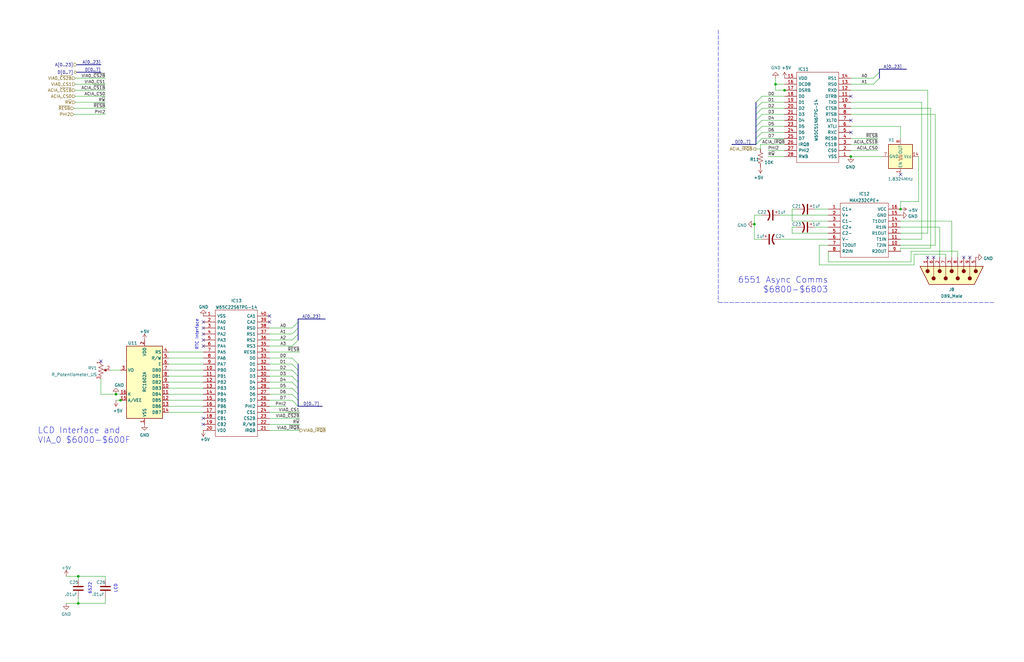
<source format=kicad_sch>
(kicad_sch (version 20211123) (generator eeschema)

  (uuid d648d47c-1c8f-48ab-9e0c-460928c05906)

  (paper "USLedger")

  (title_block
    (title "NS 65816 Communications")
    (date "2022-02-09")
    (rev "0.0")
    (comment 2 "Licensed under CERN-OHL-W v2")
    (comment 3 "https://github.com/Chef-Tom/NS65816")
    (comment 4 "Thomas Mottl")
  )

  (lib_symbols
    (symbol "Connector:DB9_Male" (pin_names (offset 1.016) hide) (in_bom yes) (on_board yes)
      (property "Reference" "J" (id 0) (at 0 13.97 0)
        (effects (font (size 1.27 1.27)))
      )
      (property "Value" "DB9_Male" (id 1) (at 0 -14.605 0)
        (effects (font (size 1.27 1.27)))
      )
      (property "Footprint" "" (id 2) (at 0 0 0)
        (effects (font (size 1.27 1.27)) hide)
      )
      (property "Datasheet" " ~" (id 3) (at 0 0 0)
        (effects (font (size 1.27 1.27)) hide)
      )
      (property "ki_keywords" "connector male D-SUB" (id 4) (at 0 0 0)
        (effects (font (size 1.27 1.27)) hide)
      )
      (property "ki_description" "9-pin male D-SUB connector" (id 5) (at 0 0 0)
        (effects (font (size 1.27 1.27)) hide)
      )
      (property "ki_fp_filters" "DSUB*Male*" (id 6) (at 0 0 0)
        (effects (font (size 1.27 1.27)) hide)
      )
      (symbol "DB9_Male_0_1"
        (circle (center -1.778 -10.16) (radius 0.762)
          (stroke (width 0) (type default) (color 0 0 0 0))
          (fill (type outline))
        )
        (circle (center -1.778 -5.08) (radius 0.762)
          (stroke (width 0) (type default) (color 0 0 0 0))
          (fill (type outline))
        )
        (circle (center -1.778 0) (radius 0.762)
          (stroke (width 0) (type default) (color 0 0 0 0))
          (fill (type outline))
        )
        (circle (center -1.778 5.08) (radius 0.762)
          (stroke (width 0) (type default) (color 0 0 0 0))
          (fill (type outline))
        )
        (circle (center -1.778 10.16) (radius 0.762)
          (stroke (width 0) (type default) (color 0 0 0 0))
          (fill (type outline))
        )
        (polyline
          (pts
            (xy -3.81 -10.16)
            (xy -2.54 -10.16)
          )
          (stroke (width 0) (type default) (color 0 0 0 0))
          (fill (type none))
        )
        (polyline
          (pts
            (xy -3.81 -7.62)
            (xy 0.508 -7.62)
          )
          (stroke (width 0) (type default) (color 0 0 0 0))
          (fill (type none))
        )
        (polyline
          (pts
            (xy -3.81 -5.08)
            (xy -2.54 -5.08)
          )
          (stroke (width 0) (type default) (color 0 0 0 0))
          (fill (type none))
        )
        (polyline
          (pts
            (xy -3.81 -2.54)
            (xy 0.508 -2.54)
          )
          (stroke (width 0) (type default) (color 0 0 0 0))
          (fill (type none))
        )
        (polyline
          (pts
            (xy -3.81 0)
            (xy -2.54 0)
          )
          (stroke (width 0) (type default) (color 0 0 0 0))
          (fill (type none))
        )
        (polyline
          (pts
            (xy -3.81 2.54)
            (xy 0.508 2.54)
          )
          (stroke (width 0) (type default) (color 0 0 0 0))
          (fill (type none))
        )
        (polyline
          (pts
            (xy -3.81 5.08)
            (xy -2.54 5.08)
          )
          (stroke (width 0) (type default) (color 0 0 0 0))
          (fill (type none))
        )
        (polyline
          (pts
            (xy -3.81 7.62)
            (xy 0.508 7.62)
          )
          (stroke (width 0) (type default) (color 0 0 0 0))
          (fill (type none))
        )
        (polyline
          (pts
            (xy -3.81 10.16)
            (xy -2.54 10.16)
          )
          (stroke (width 0) (type default) (color 0 0 0 0))
          (fill (type none))
        )
        (polyline
          (pts
            (xy -3.81 -13.335)
            (xy -3.81 13.335)
            (xy 3.81 9.525)
            (xy 3.81 -9.525)
            (xy -3.81 -13.335)
          )
          (stroke (width 0.254) (type default) (color 0 0 0 0))
          (fill (type background))
        )
        (circle (center 1.27 -7.62) (radius 0.762)
          (stroke (width 0) (type default) (color 0 0 0 0))
          (fill (type outline))
        )
        (circle (center 1.27 -2.54) (radius 0.762)
          (stroke (width 0) (type default) (color 0 0 0 0))
          (fill (type outline))
        )
        (circle (center 1.27 2.54) (radius 0.762)
          (stroke (width 0) (type default) (color 0 0 0 0))
          (fill (type outline))
        )
        (circle (center 1.27 7.62) (radius 0.762)
          (stroke (width 0) (type default) (color 0 0 0 0))
          (fill (type outline))
        )
      )
      (symbol "DB9_Male_1_1"
        (pin passive line (at -7.62 -10.16 0) (length 3.81)
          (name "1" (effects (font (size 1.27 1.27))))
          (number "1" (effects (font (size 1.27 1.27))))
        )
        (pin passive line (at -7.62 -5.08 0) (length 3.81)
          (name "2" (effects (font (size 1.27 1.27))))
          (number "2" (effects (font (size 1.27 1.27))))
        )
        (pin passive line (at -7.62 0 0) (length 3.81)
          (name "3" (effects (font (size 1.27 1.27))))
          (number "3" (effects (font (size 1.27 1.27))))
        )
        (pin passive line (at -7.62 5.08 0) (length 3.81)
          (name "4" (effects (font (size 1.27 1.27))))
          (number "4" (effects (font (size 1.27 1.27))))
        )
        (pin passive line (at -7.62 10.16 0) (length 3.81)
          (name "5" (effects (font (size 1.27 1.27))))
          (number "5" (effects (font (size 1.27 1.27))))
        )
        (pin passive line (at -7.62 -7.62 0) (length 3.81)
          (name "6" (effects (font (size 1.27 1.27))))
          (number "6" (effects (font (size 1.27 1.27))))
        )
        (pin passive line (at -7.62 -2.54 0) (length 3.81)
          (name "7" (effects (font (size 1.27 1.27))))
          (number "7" (effects (font (size 1.27 1.27))))
        )
        (pin passive line (at -7.62 2.54 0) (length 3.81)
          (name "8" (effects (font (size 1.27 1.27))))
          (number "8" (effects (font (size 1.27 1.27))))
        )
        (pin passive line (at -7.62 7.62 0) (length 3.81)
          (name "9" (effects (font (size 1.27 1.27))))
          (number "9" (effects (font (size 1.27 1.27))))
        )
      )
    )
    (symbol "Device:C" (pin_numbers hide) (pin_names (offset 0.254)) (in_bom yes) (on_board yes)
      (property "Reference" "C" (id 0) (at 0.635 2.54 0)
        (effects (font (size 1.27 1.27)) (justify left))
      )
      (property "Value" "C" (id 1) (at 0.635 -2.54 0)
        (effects (font (size 1.27 1.27)) (justify left))
      )
      (property "Footprint" "" (id 2) (at 0.9652 -3.81 0)
        (effects (font (size 1.27 1.27)) hide)
      )
      (property "Datasheet" "~" (id 3) (at 0 0 0)
        (effects (font (size 1.27 1.27)) hide)
      )
      (property "ki_keywords" "cap capacitor" (id 4) (at 0 0 0)
        (effects (font (size 1.27 1.27)) hide)
      )
      (property "ki_description" "Unpolarized capacitor" (id 5) (at 0 0 0)
        (effects (font (size 1.27 1.27)) hide)
      )
      (property "ki_fp_filters" "C_*" (id 6) (at 0 0 0)
        (effects (font (size 1.27 1.27)) hide)
      )
      (symbol "C_0_1"
        (polyline
          (pts
            (xy -2.032 -0.762)
            (xy 2.032 -0.762)
          )
          (stroke (width 0.508) (type default) (color 0 0 0 0))
          (fill (type none))
        )
        (polyline
          (pts
            (xy -2.032 0.762)
            (xy 2.032 0.762)
          )
          (stroke (width 0.508) (type default) (color 0 0 0 0))
          (fill (type none))
        )
      )
      (symbol "C_1_1"
        (pin passive line (at 0 3.81 270) (length 2.794)
          (name "~" (effects (font (size 1.27 1.27))))
          (number "1" (effects (font (size 1.27 1.27))))
        )
        (pin passive line (at 0 -3.81 90) (length 2.794)
          (name "~" (effects (font (size 1.27 1.27))))
          (number "2" (effects (font (size 1.27 1.27))))
        )
      )
    )
    (symbol "Device:C_Polarized_US" (pin_numbers hide) (pin_names (offset 0.254) hide) (in_bom yes) (on_board yes)
      (property "Reference" "C" (id 0) (at 0.635 2.54 0)
        (effects (font (size 1.27 1.27)) (justify left))
      )
      (property "Value" "C_Polarized_US" (id 1) (at 0.635 -2.54 0)
        (effects (font (size 1.27 1.27)) (justify left))
      )
      (property "Footprint" "" (id 2) (at 0 0 0)
        (effects (font (size 1.27 1.27)) hide)
      )
      (property "Datasheet" "~" (id 3) (at 0 0 0)
        (effects (font (size 1.27 1.27)) hide)
      )
      (property "ki_keywords" "cap capacitor" (id 4) (at 0 0 0)
        (effects (font (size 1.27 1.27)) hide)
      )
      (property "ki_description" "Polarized capacitor, US symbol" (id 5) (at 0 0 0)
        (effects (font (size 1.27 1.27)) hide)
      )
      (property "ki_fp_filters" "CP_*" (id 6) (at 0 0 0)
        (effects (font (size 1.27 1.27)) hide)
      )
      (symbol "C_Polarized_US_0_1"
        (polyline
          (pts
            (xy -2.032 0.762)
            (xy 2.032 0.762)
          )
          (stroke (width 0.508) (type default) (color 0 0 0 0))
          (fill (type none))
        )
        (polyline
          (pts
            (xy -1.778 2.286)
            (xy -0.762 2.286)
          )
          (stroke (width 0) (type default) (color 0 0 0 0))
          (fill (type none))
        )
        (polyline
          (pts
            (xy -1.27 1.778)
            (xy -1.27 2.794)
          )
          (stroke (width 0) (type default) (color 0 0 0 0))
          (fill (type none))
        )
        (arc (start 2.032 -1.27) (mid 0 -0.5572) (end -2.032 -1.27)
          (stroke (width 0.508) (type default) (color 0 0 0 0))
          (fill (type none))
        )
      )
      (symbol "C_Polarized_US_1_1"
        (pin passive line (at 0 3.81 270) (length 2.794)
          (name "~" (effects (font (size 1.27 1.27))))
          (number "1" (effects (font (size 1.27 1.27))))
        )
        (pin passive line (at 0 -3.81 90) (length 3.302)
          (name "~" (effects (font (size 1.27 1.27))))
          (number "2" (effects (font (size 1.27 1.27))))
        )
      )
    )
    (symbol "Device:R_Potentiometer_US" (pin_names (offset 1.016) hide) (in_bom yes) (on_board yes)
      (property "Reference" "RV" (id 0) (at -4.445 0 90)
        (effects (font (size 1.27 1.27)))
      )
      (property "Value" "R_Potentiometer_US" (id 1) (at -2.54 0 90)
        (effects (font (size 1.27 1.27)))
      )
      (property "Footprint" "" (id 2) (at 0 0 0)
        (effects (font (size 1.27 1.27)) hide)
      )
      (property "Datasheet" "~" (id 3) (at 0 0 0)
        (effects (font (size 1.27 1.27)) hide)
      )
      (property "ki_keywords" "resistor variable" (id 4) (at 0 0 0)
        (effects (font (size 1.27 1.27)) hide)
      )
      (property "ki_description" "Potentiometer, US symbol" (id 5) (at 0 0 0)
        (effects (font (size 1.27 1.27)) hide)
      )
      (property "ki_fp_filters" "Potentiometer*" (id 6) (at 0 0 0)
        (effects (font (size 1.27 1.27)) hide)
      )
      (symbol "R_Potentiometer_US_0_1"
        (polyline
          (pts
            (xy 0 -2.286)
            (xy 0 -2.54)
          )
          (stroke (width 0) (type default) (color 0 0 0 0))
          (fill (type none))
        )
        (polyline
          (pts
            (xy 0 2.54)
            (xy 0 2.286)
          )
          (stroke (width 0) (type default) (color 0 0 0 0))
          (fill (type none))
        )
        (polyline
          (pts
            (xy 2.54 0)
            (xy 1.524 0)
          )
          (stroke (width 0) (type default) (color 0 0 0 0))
          (fill (type none))
        )
        (polyline
          (pts
            (xy 1.143 0)
            (xy 2.286 0.508)
            (xy 2.286 -0.508)
            (xy 1.143 0)
          )
          (stroke (width 0) (type default) (color 0 0 0 0))
          (fill (type outline))
        )
        (polyline
          (pts
            (xy 0 -0.762)
            (xy 1.016 -1.143)
            (xy 0 -1.524)
            (xy -1.016 -1.905)
            (xy 0 -2.286)
          )
          (stroke (width 0) (type default) (color 0 0 0 0))
          (fill (type none))
        )
        (polyline
          (pts
            (xy 0 0.762)
            (xy 1.016 0.381)
            (xy 0 0)
            (xy -1.016 -0.381)
            (xy 0 -0.762)
          )
          (stroke (width 0) (type default) (color 0 0 0 0))
          (fill (type none))
        )
        (polyline
          (pts
            (xy 0 2.286)
            (xy 1.016 1.905)
            (xy 0 1.524)
            (xy -1.016 1.143)
            (xy 0 0.762)
          )
          (stroke (width 0) (type default) (color 0 0 0 0))
          (fill (type none))
        )
      )
      (symbol "R_Potentiometer_US_1_1"
        (pin passive line (at 0 3.81 270) (length 1.27)
          (name "1" (effects (font (size 1.27 1.27))))
          (number "1" (effects (font (size 1.27 1.27))))
        )
        (pin passive line (at 3.81 0 180) (length 1.27)
          (name "2" (effects (font (size 1.27 1.27))))
          (number "2" (effects (font (size 1.27 1.27))))
        )
        (pin passive line (at 0 -3.81 90) (length 1.27)
          (name "3" (effects (font (size 1.27 1.27))))
          (number "3" (effects (font (size 1.27 1.27))))
        )
      )
    )
    (symbol "Device:R_US" (pin_numbers hide) (pin_names (offset 0)) (in_bom yes) (on_board yes)
      (property "Reference" "R" (id 0) (at 2.54 0 90)
        (effects (font (size 1.27 1.27)))
      )
      (property "Value" "R_US" (id 1) (at -2.54 0 90)
        (effects (font (size 1.27 1.27)))
      )
      (property "Footprint" "" (id 2) (at 1.016 -0.254 90)
        (effects (font (size 1.27 1.27)) hide)
      )
      (property "Datasheet" "~" (id 3) (at 0 0 0)
        (effects (font (size 1.27 1.27)) hide)
      )
      (property "ki_keywords" "R res resistor" (id 4) (at 0 0 0)
        (effects (font (size 1.27 1.27)) hide)
      )
      (property "ki_description" "Resistor, US symbol" (id 5) (at 0 0 0)
        (effects (font (size 1.27 1.27)) hide)
      )
      (property "ki_fp_filters" "R_*" (id 6) (at 0 0 0)
        (effects (font (size 1.27 1.27)) hide)
      )
      (symbol "R_US_0_1"
        (polyline
          (pts
            (xy 0 -2.286)
            (xy 0 -2.54)
          )
          (stroke (width 0) (type default) (color 0 0 0 0))
          (fill (type none))
        )
        (polyline
          (pts
            (xy 0 2.286)
            (xy 0 2.54)
          )
          (stroke (width 0) (type default) (color 0 0 0 0))
          (fill (type none))
        )
        (polyline
          (pts
            (xy 0 -0.762)
            (xy 1.016 -1.143)
            (xy 0 -1.524)
            (xy -1.016 -1.905)
            (xy 0 -2.286)
          )
          (stroke (width 0) (type default) (color 0 0 0 0))
          (fill (type none))
        )
        (polyline
          (pts
            (xy 0 0.762)
            (xy 1.016 0.381)
            (xy 0 0)
            (xy -1.016 -0.381)
            (xy 0 -0.762)
          )
          (stroke (width 0) (type default) (color 0 0 0 0))
          (fill (type none))
        )
        (polyline
          (pts
            (xy 0 2.286)
            (xy 1.016 1.905)
            (xy 0 1.524)
            (xy -1.016 1.143)
            (xy 0 0.762)
          )
          (stroke (width 0) (type default) (color 0 0 0 0))
          (fill (type none))
        )
      )
      (symbol "R_US_1_1"
        (pin passive line (at 0 3.81 270) (length 1.27)
          (name "~" (effects (font (size 1.27 1.27))))
          (number "1" (effects (font (size 1.27 1.27))))
        )
        (pin passive line (at 0 -3.81 90) (length 1.27)
          (name "~" (effects (font (size 1.27 1.27))))
          (number "2" (effects (font (size 1.27 1.27))))
        )
      )
    )
    (symbol "Display_Character:RC1602A" (in_bom yes) (on_board yes)
      (property "Reference" "U" (id 0) (at -6.35 16.51 0)
        (effects (font (size 1.27 1.27)))
      )
      (property "Value" "RC1602A" (id 1) (at 2.794 16.51 0)
        (effects (font (size 1.27 1.27)) (justify left))
      )
      (property "Footprint" "Display:RC1602A" (id 2) (at 2.54 -20.32 0)
        (effects (font (size 1.27 1.27)) hide)
      )
      (property "Datasheet" "http://www.raystar-optronics.com/down.php?ProID=18" (id 3) (at 2.54 -2.54 0)
        (effects (font (size 1.27 1.27)) hide)
      )
      (property "ki_keywords" "display LCD dot-matrix" (id 4) (at 0 0 0)
        (effects (font (size 1.27 1.27)) hide)
      )
      (property "ki_description" "LCD 16x2 Alphanumeric gray backlight, 3 or 5V VDD" (id 5) (at 0 0 0)
        (effects (font (size 1.27 1.27)) hide)
      )
      (property "ki_fp_filters" "*RC1602A*" (id 6) (at 0 0 0)
        (effects (font (size 1.27 1.27)) hide)
      )
      (symbol "RC1602A_0_1"
        (rectangle (start -7.62 15.24) (end 7.62 -15.24)
          (stroke (width 0.254) (type default) (color 0 0 0 0))
          (fill (type background))
        )
      )
      (symbol "RC1602A_1_1"
        (pin power_in line (at 0 -17.78 90) (length 2.54)
          (name "VSS" (effects (font (size 1.27 1.27))))
          (number "1" (effects (font (size 1.27 1.27))))
        )
        (pin bidirectional line (at -10.16 -2.54 0) (length 2.54)
          (name "DB3" (effects (font (size 1.27 1.27))))
          (number "10" (effects (font (size 1.27 1.27))))
        )
        (pin bidirectional line (at -10.16 -5.08 0) (length 2.54)
          (name "DB4" (effects (font (size 1.27 1.27))))
          (number "11" (effects (font (size 1.27 1.27))))
        )
        (pin bidirectional line (at -10.16 -7.62 0) (length 2.54)
          (name "DB5" (effects (font (size 1.27 1.27))))
          (number "12" (effects (font (size 1.27 1.27))))
        )
        (pin bidirectional line (at -10.16 -10.16 0) (length 2.54)
          (name "DB6" (effects (font (size 1.27 1.27))))
          (number "13" (effects (font (size 1.27 1.27))))
        )
        (pin bidirectional line (at -10.16 -12.7 0) (length 2.54)
          (name "DB7" (effects (font (size 1.27 1.27))))
          (number "14" (effects (font (size 1.27 1.27))))
        )
        (pin power_in line (at 10.16 -7.62 180) (length 2.54)
          (name "A/VEE" (effects (font (size 1.27 1.27))))
          (number "15" (effects (font (size 1.27 1.27))))
        )
        (pin power_in line (at 10.16 -5.08 180) (length 2.54)
          (name "K" (effects (font (size 1.27 1.27))))
          (number "16" (effects (font (size 1.27 1.27))))
        )
        (pin power_in line (at 0 17.78 270) (length 2.54)
          (name "VDD" (effects (font (size 1.27 1.27))))
          (number "2" (effects (font (size 1.27 1.27))))
        )
        (pin power_in line (at 10.16 5.08 180) (length 2.54)
          (name "VO" (effects (font (size 1.27 1.27))))
          (number "3" (effects (font (size 1.27 1.27))))
        )
        (pin input line (at -10.16 12.7 0) (length 2.54)
          (name "RS" (effects (font (size 1.27 1.27))))
          (number "4" (effects (font (size 1.27 1.27))))
        )
        (pin input line (at -10.16 10.16 0) (length 2.54)
          (name "R/W" (effects (font (size 1.27 1.27))))
          (number "5" (effects (font (size 1.27 1.27))))
        )
        (pin input line (at -10.16 7.62 0) (length 2.54)
          (name "E" (effects (font (size 1.27 1.27))))
          (number "6" (effects (font (size 1.27 1.27))))
        )
        (pin bidirectional line (at -10.16 5.08 0) (length 2.54)
          (name "DB0" (effects (font (size 1.27 1.27))))
          (number "7" (effects (font (size 1.27 1.27))))
        )
        (pin bidirectional line (at -10.16 2.54 0) (length 2.54)
          (name "DB1" (effects (font (size 1.27 1.27))))
          (number "8" (effects (font (size 1.27 1.27))))
        )
        (pin bidirectional line (at -10.16 0 0) (length 2.54)
          (name "DB2" (effects (font (size 1.27 1.27))))
          (number "9" (effects (font (size 1.27 1.27))))
        )
      )
    )
    (symbol "Oscillator:CXO_DIP14" (pin_names (offset 0.254)) (in_bom yes) (on_board yes)
      (property "Reference" "X" (id 0) (at -5.08 6.35 0)
        (effects (font (size 1.27 1.27)) (justify left))
      )
      (property "Value" "CXO_DIP14" (id 1) (at 1.27 -6.35 0)
        (effects (font (size 1.27 1.27)) (justify left))
      )
      (property "Footprint" "Oscillator:Oscillator_DIP-14" (id 2) (at 11.43 -8.89 0)
        (effects (font (size 1.27 1.27)) hide)
      )
      (property "Datasheet" "http://cdn-reichelt.de/documents/datenblatt/B400/OSZI.pdf" (id 3) (at -2.54 0 0)
        (effects (font (size 1.27 1.27)) hide)
      )
      (property "ki_keywords" "Crystal Clock Oscillator" (id 4) (at 0 0 0)
        (effects (font (size 1.27 1.27)) hide)
      )
      (property "ki_description" "Crystal Clock Oscillator, DIP14-style metal package" (id 5) (at 0 0 0)
        (effects (font (size 1.27 1.27)) hide)
      )
      (property "ki_fp_filters" "Oscillator*DIP*14*" (id 6) (at 0 0 0)
        (effects (font (size 1.27 1.27)) hide)
      )
      (symbol "CXO_DIP14_0_1"
        (rectangle (start -5.08 5.08) (end 5.08 -5.08)
          (stroke (width 0.254) (type default) (color 0 0 0 0))
          (fill (type background))
        )
        (polyline
          (pts
            (xy -1.905 -0.635)
            (xy -1.27 -0.635)
            (xy -1.27 0.635)
            (xy -0.635 0.635)
            (xy -0.635 -0.635)
            (xy 0 -0.635)
            (xy 0 0.635)
            (xy 0.635 0.635)
            (xy 0.635 -0.635)
          )
          (stroke (width 0) (type default) (color 0 0 0 0))
          (fill (type none))
        )
      )
      (symbol "CXO_DIP14_1_1"
        (pin input line (at -7.62 0 0) (length 2.54)
          (name "EN" (effects (font (size 1.27 1.27))))
          (number "1" (effects (font (size 1.27 1.27))))
        )
        (pin power_in line (at 0 7.62 270) (length 2.54)
          (name "Vcc" (effects (font (size 1.27 1.27))))
          (number "14" (effects (font (size 1.27 1.27))))
        )
        (pin power_in line (at 0 -7.62 90) (length 2.54)
          (name "GND" (effects (font (size 1.27 1.27))))
          (number "7" (effects (font (size 1.27 1.27))))
        )
        (pin output line (at 7.62 0 180) (length 2.54)
          (name "OUT" (effects (font (size 1.27 1.27))))
          (number "8" (effects (font (size 1.27 1.27))))
        )
      )
    )
    (symbol "SamacSys_Parts:MAX232CPE+" (pin_names (offset 0.762)) (in_bom yes) (on_board yes)
      (property "Reference" "IC" (id 0) (at 26.67 7.62 0)
        (effects (font (size 1.27 1.27)) (justify left))
      )
      (property "Value" "MAX232CPE+" (id 1) (at 26.67 5.08 0)
        (effects (font (size 1.27 1.27)) (justify left))
      )
      (property "Footprint" "DIP762W56P254L1918H457Q16N" (id 2) (at 26.67 2.54 0)
        (effects (font (size 1.27 1.27)) (justify left) hide)
      )
      (property "Datasheet" "http://datasheets.maximintegrated.com/en/ds/MAX220-MAX249.pdf" (id 3) (at 26.67 0 0)
        (effects (font (size 1.27 1.27)) (justify left) hide)
      )
      (property "Description" "TRANSCEIVER MAX 232 CPE MAX232CPE+, Line Transceiver, EIA/TIA-232-E, RS-232, V.24, V.28 2-TX 2-RX 2-TRX, 5 V, 16-Pin PDIP" (id 4) (at 26.67 -2.54 0)
        (effects (font (size 1.27 1.27)) (justify left) hide)
      )
      (property "Height" "4.572" (id 5) (at 26.67 -5.08 0)
        (effects (font (size 1.27 1.27)) (justify left) hide)
      )
      (property "Manufacturer_Name" "Maxim Integrated" (id 6) (at 26.67 -7.62 0)
        (effects (font (size 1.27 1.27)) (justify left) hide)
      )
      (property "Manufacturer_Part_Number" "MAX232CPE+" (id 7) (at 26.67 -10.16 0)
        (effects (font (size 1.27 1.27)) (justify left) hide)
      )
      (property "Mouser Part Number" "700-MAX232CPE" (id 8) (at 26.67 -12.7 0)
        (effects (font (size 1.27 1.27)) (justify left) hide)
      )
      (property "Mouser Price/Stock" "https://www.mouser.co.uk/ProductDetail/Maxim-Integrated/MAX232CPE%2b?qs=1THa7WoU59H6WLBcdj%252BTOQ%3D%3D" (id 9) (at 26.67 -15.24 0)
        (effects (font (size 1.27 1.27)) (justify left) hide)
      )
      (property "Arrow Part Number" "" (id 10) (at 26.67 -17.78 0)
        (effects (font (size 1.27 1.27)) (justify left) hide)
      )
      (property "Arrow Price/Stock" "" (id 11) (at 26.67 -20.32 0)
        (effects (font (size 1.27 1.27)) (justify left) hide)
      )
      (property "ki_description" "TRANSCEIVER MAX 232 CPE MAX232CPE+, Line Transceiver, EIA/TIA-232-E, RS-232, V.24, V.28 2-TX 2-RX 2-TRX, 5 V, 16-Pin PDIP" (id 12) (at 0 0 0)
        (effects (font (size 1.27 1.27)) hide)
      )
      (symbol "MAX232CPE+_0_0"
        (pin passive line (at 0 0 0) (length 5.08)
          (name "C1+" (effects (font (size 1.27 1.27))))
          (number "1" (effects (font (size 1.27 1.27))))
        )
        (pin input line (at 30.48 -15.24 180) (length 5.08)
          (name "T2IN" (effects (font (size 1.27 1.27))))
          (number "10" (effects (font (size 1.27 1.27))))
        )
        (pin input line (at 30.48 -12.7 180) (length 5.08)
          (name "T1IN" (effects (font (size 1.27 1.27))))
          (number "11" (effects (font (size 1.27 1.27))))
        )
        (pin output line (at 30.48 -10.16 180) (length 5.08)
          (name "R1OUT" (effects (font (size 1.27 1.27))))
          (number "12" (effects (font (size 1.27 1.27))))
        )
        (pin input line (at 30.48 -7.62 180) (length 5.08)
          (name "R1IN" (effects (font (size 1.27 1.27))))
          (number "13" (effects (font (size 1.27 1.27))))
        )
        (pin output line (at 30.48 -5.08 180) (length 5.08)
          (name "T1OUT" (effects (font (size 1.27 1.27))))
          (number "14" (effects (font (size 1.27 1.27))))
        )
        (pin power_in line (at 30.48 -2.54 180) (length 5.08)
          (name "GND" (effects (font (size 1.27 1.27))))
          (number "15" (effects (font (size 1.27 1.27))))
        )
        (pin power_in line (at 30.48 0 180) (length 5.08)
          (name "VCC" (effects (font (size 1.27 1.27))))
          (number "16" (effects (font (size 1.27 1.27))))
        )
        (pin power_in line (at 0 -2.54 0) (length 5.08)
          (name "V+" (effects (font (size 1.27 1.27))))
          (number "2" (effects (font (size 1.27 1.27))))
        )
        (pin passive line (at 0 -5.08 0) (length 5.08)
          (name "C1-" (effects (font (size 1.27 1.27))))
          (number "3" (effects (font (size 1.27 1.27))))
        )
        (pin passive line (at 0 -7.62 0) (length 5.08)
          (name "C2+" (effects (font (size 1.27 1.27))))
          (number "4" (effects (font (size 1.27 1.27))))
        )
        (pin passive line (at 0 -10.16 0) (length 5.08)
          (name "C2-" (effects (font (size 1.27 1.27))))
          (number "5" (effects (font (size 1.27 1.27))))
        )
        (pin power_in line (at 0 -12.7 0) (length 5.08)
          (name "V-" (effects (font (size 1.27 1.27))))
          (number "6" (effects (font (size 1.27 1.27))))
        )
        (pin output line (at 0 -15.24 0) (length 5.08)
          (name "T2OUT" (effects (font (size 1.27 1.27))))
          (number "7" (effects (font (size 1.27 1.27))))
        )
        (pin input line (at 0 -17.78 0) (length 5.08)
          (name "R2IN" (effects (font (size 1.27 1.27))))
          (number "8" (effects (font (size 1.27 1.27))))
        )
        (pin output line (at 30.48 -17.78 180) (length 5.08)
          (name "R2OUT" (effects (font (size 1.27 1.27))))
          (number "9" (effects (font (size 1.27 1.27))))
        )
      )
      (symbol "MAX232CPE+_0_1"
        (polyline
          (pts
            (xy 5.08 2.54)
            (xy 25.4 2.54)
            (xy 25.4 -20.32)
            (xy 5.08 -20.32)
            (xy 5.08 2.54)
          )
          (stroke (width 0.1524) (type default) (color 0 0 0 0))
          (fill (type none))
        )
      )
    )
    (symbol "SamacSys_Parts:W65C22S6TPG-14" (pin_names (offset 0.762)) (in_bom yes) (on_board yes)
      (property "Reference" "IC" (id 0) (at 24.13 7.62 0)
        (effects (font (size 1.27 1.27)) (justify left))
      )
      (property "Value" "W65C22S6TPG-14" (id 1) (at 24.13 5.08 0)
        (effects (font (size 1.27 1.27)) (justify left))
      )
      (property "Footprint" "DIP1524W38P254L5207H407Q40N" (id 2) (at 24.13 2.54 0)
        (effects (font (size 1.27 1.27)) (justify left) hide)
      )
      (property "Datasheet" "https://componentsearchengine.com/Datasheets/1/W65C22S6TPG-14.pdf" (id 3) (at 24.13 0 0)
        (effects (font (size 1.27 1.27)) (justify left) hide)
      )
      (property "Description" "I/O Controller Interface IC Versatile Interface Adapter" (id 4) (at 24.13 -2.54 0)
        (effects (font (size 1.27 1.27)) (justify left) hide)
      )
      (property "Height" "4.07" (id 5) (at 24.13 -5.08 0)
        (effects (font (size 1.27 1.27)) (justify left) hide)
      )
      (property "Manufacturer_Name" "Western Design Center (WDC)" (id 6) (at 24.13 -7.62 0)
        (effects (font (size 1.27 1.27)) (justify left) hide)
      )
      (property "Manufacturer_Part_Number" "W65C22S6TPG-14" (id 7) (at 24.13 -10.16 0)
        (effects (font (size 1.27 1.27)) (justify left) hide)
      )
      (property "Mouser Part Number" "955-W65C22S6TPG-14" (id 8) (at 24.13 -12.7 0)
        (effects (font (size 1.27 1.27)) (justify left) hide)
      )
      (property "Mouser Price/Stock" "https://www.mouser.co.uk/ProductDetail/Western-Design-Center-WDC/W65C22S6TPG-14?qs=opBjA1TV9038jNZ%252Bop8JdA%3D%3D" (id 9) (at 24.13 -15.24 0)
        (effects (font (size 1.27 1.27)) (justify left) hide)
      )
      (property "Arrow Part Number" "" (id 10) (at 24.13 -17.78 0)
        (effects (font (size 1.27 1.27)) (justify left) hide)
      )
      (property "Arrow Price/Stock" "" (id 11) (at 24.13 -20.32 0)
        (effects (font (size 1.27 1.27)) (justify left) hide)
      )
      (property "ki_description" "I/O Controller Interface IC Versatile Interface Adapter" (id 12) (at 0 0 0)
        (effects (font (size 1.27 1.27)) hide)
      )
      (symbol "W65C22S6TPG-14_0_0"
        (pin passive line (at 0 0 0) (length 5.08)
          (name "VSS" (effects (font (size 1.27 1.27))))
          (number "1" (effects (font (size 1.27 1.27))))
        )
        (pin passive line (at 0 -22.86 0) (length 5.08)
          (name "PB0" (effects (font (size 1.27 1.27))))
          (number "10" (effects (font (size 1.27 1.27))))
        )
        (pin passive line (at 0 -25.4 0) (length 5.08)
          (name "PB1" (effects (font (size 1.27 1.27))))
          (number "11" (effects (font (size 1.27 1.27))))
        )
        (pin passive line (at 0 -27.94 0) (length 5.08)
          (name "PB2" (effects (font (size 1.27 1.27))))
          (number "12" (effects (font (size 1.27 1.27))))
        )
        (pin passive line (at 0 -30.48 0) (length 5.08)
          (name "PB3" (effects (font (size 1.27 1.27))))
          (number "13" (effects (font (size 1.27 1.27))))
        )
        (pin passive line (at 0 -33.02 0) (length 5.08)
          (name "PB4" (effects (font (size 1.27 1.27))))
          (number "14" (effects (font (size 1.27 1.27))))
        )
        (pin passive line (at 0 -35.56 0) (length 5.08)
          (name "PB5" (effects (font (size 1.27 1.27))))
          (number "15" (effects (font (size 1.27 1.27))))
        )
        (pin passive line (at 0 -38.1 0) (length 5.08)
          (name "PB6" (effects (font (size 1.27 1.27))))
          (number "16" (effects (font (size 1.27 1.27))))
        )
        (pin passive line (at 0 -40.64 0) (length 5.08)
          (name "PB7" (effects (font (size 1.27 1.27))))
          (number "17" (effects (font (size 1.27 1.27))))
        )
        (pin passive line (at 0 -43.18 0) (length 5.08)
          (name "CB1" (effects (font (size 1.27 1.27))))
          (number "18" (effects (font (size 1.27 1.27))))
        )
        (pin passive line (at 0 -45.72 0) (length 5.08)
          (name "CB2" (effects (font (size 1.27 1.27))))
          (number "19" (effects (font (size 1.27 1.27))))
        )
        (pin passive line (at 0 -2.54 0) (length 5.08)
          (name "PA0" (effects (font (size 1.27 1.27))))
          (number "2" (effects (font (size 1.27 1.27))))
        )
        (pin passive line (at 0 -48.26 0) (length 5.08)
          (name "VDD" (effects (font (size 1.27 1.27))))
          (number "20" (effects (font (size 1.27 1.27))))
        )
        (pin passive line (at 27.94 -48.26 180) (length 5.08)
          (name "IRQB" (effects (font (size 1.27 1.27))))
          (number "21" (effects (font (size 1.27 1.27))))
        )
        (pin passive line (at 27.94 -45.72 180) (length 5.08)
          (name "R/WB" (effects (font (size 1.27 1.27))))
          (number "22" (effects (font (size 1.27 1.27))))
        )
        (pin passive line (at 27.94 -43.18 180) (length 5.08)
          (name "CS2B" (effects (font (size 1.27 1.27))))
          (number "23" (effects (font (size 1.27 1.27))))
        )
        (pin passive line (at 27.94 -40.64 180) (length 5.08)
          (name "CS1" (effects (font (size 1.27 1.27))))
          (number "24" (effects (font (size 1.27 1.27))))
        )
        (pin passive line (at 27.94 -38.1 180) (length 5.08)
          (name "PHI2" (effects (font (size 1.27 1.27))))
          (number "25" (effects (font (size 1.27 1.27))))
        )
        (pin passive line (at 27.94 -35.56 180) (length 5.08)
          (name "D7" (effects (font (size 1.27 1.27))))
          (number "26" (effects (font (size 1.27 1.27))))
        )
        (pin passive line (at 27.94 -33.02 180) (length 5.08)
          (name "D6" (effects (font (size 1.27 1.27))))
          (number "27" (effects (font (size 1.27 1.27))))
        )
        (pin passive line (at 27.94 -30.48 180) (length 5.08)
          (name "D5" (effects (font (size 1.27 1.27))))
          (number "28" (effects (font (size 1.27 1.27))))
        )
        (pin passive line (at 27.94 -27.94 180) (length 5.08)
          (name "D4" (effects (font (size 1.27 1.27))))
          (number "29" (effects (font (size 1.27 1.27))))
        )
        (pin passive line (at 0 -5.08 0) (length 5.08)
          (name "PA1" (effects (font (size 1.27 1.27))))
          (number "3" (effects (font (size 1.27 1.27))))
        )
        (pin passive line (at 27.94 -25.4 180) (length 5.08)
          (name "D3" (effects (font (size 1.27 1.27))))
          (number "30" (effects (font (size 1.27 1.27))))
        )
        (pin passive line (at 27.94 -22.86 180) (length 5.08)
          (name "D2" (effects (font (size 1.27 1.27))))
          (number "31" (effects (font (size 1.27 1.27))))
        )
        (pin passive line (at 27.94 -20.32 180) (length 5.08)
          (name "D1" (effects (font (size 1.27 1.27))))
          (number "32" (effects (font (size 1.27 1.27))))
        )
        (pin passive line (at 27.94 -17.78 180) (length 5.08)
          (name "D0" (effects (font (size 1.27 1.27))))
          (number "33" (effects (font (size 1.27 1.27))))
        )
        (pin passive line (at 27.94 -15.24 180) (length 5.08)
          (name "RESB" (effects (font (size 1.27 1.27))))
          (number "34" (effects (font (size 1.27 1.27))))
        )
        (pin passive line (at 27.94 -12.7 180) (length 5.08)
          (name "RS3" (effects (font (size 1.27 1.27))))
          (number "35" (effects (font (size 1.27 1.27))))
        )
        (pin passive line (at 27.94 -10.16 180) (length 5.08)
          (name "RS2" (effects (font (size 1.27 1.27))))
          (number "36" (effects (font (size 1.27 1.27))))
        )
        (pin passive line (at 27.94 -7.62 180) (length 5.08)
          (name "RS1" (effects (font (size 1.27 1.27))))
          (number "37" (effects (font (size 1.27 1.27))))
        )
        (pin passive line (at 27.94 -5.08 180) (length 5.08)
          (name "RS0" (effects (font (size 1.27 1.27))))
          (number "38" (effects (font (size 1.27 1.27))))
        )
        (pin passive line (at 27.94 -2.54 180) (length 5.08)
          (name "CA2" (effects (font (size 1.27 1.27))))
          (number "39" (effects (font (size 1.27 1.27))))
        )
        (pin passive line (at 0 -7.62 0) (length 5.08)
          (name "PA2" (effects (font (size 1.27 1.27))))
          (number "4" (effects (font (size 1.27 1.27))))
        )
        (pin passive line (at 27.94 0 180) (length 5.08)
          (name "CA1" (effects (font (size 1.27 1.27))))
          (number "40" (effects (font (size 1.27 1.27))))
        )
        (pin passive line (at 0 -10.16 0) (length 5.08)
          (name "PA3" (effects (font (size 1.27 1.27))))
          (number "5" (effects (font (size 1.27 1.27))))
        )
        (pin passive line (at 0 -12.7 0) (length 5.08)
          (name "PA4" (effects (font (size 1.27 1.27))))
          (number "6" (effects (font (size 1.27 1.27))))
        )
        (pin passive line (at 0 -15.24 0) (length 5.08)
          (name "PA5" (effects (font (size 1.27 1.27))))
          (number "7" (effects (font (size 1.27 1.27))))
        )
        (pin passive line (at 0 -17.78 0) (length 5.08)
          (name "PA6" (effects (font (size 1.27 1.27))))
          (number "8" (effects (font (size 1.27 1.27))))
        )
        (pin passive line (at 0 -20.32 0) (length 5.08)
          (name "PA7" (effects (font (size 1.27 1.27))))
          (number "9" (effects (font (size 1.27 1.27))))
        )
      )
      (symbol "W65C22S6TPG-14_0_1"
        (polyline
          (pts
            (xy 5.08 2.54)
            (xy 22.86 2.54)
            (xy 22.86 -50.8)
            (xy 5.08 -50.8)
            (xy 5.08 2.54)
          )
          (stroke (width 0.1524) (type default) (color 0 0 0 0))
          (fill (type none))
        )
      )
    )
    (symbol "SamacSys_Parts:W65C51N6TPG-14" (pin_names (offset 0.762)) (in_bom yes) (on_board yes)
      (property "Reference" "IC" (id 0) (at 24.13 7.62 0)
        (effects (font (size 1.27 1.27)) (justify left))
      )
      (property "Value" "W65C51N6TPG-14" (id 1) (at 24.13 5.08 0)
        (effects (font (size 1.27 1.27)) (justify left))
      )
      (property "Footprint" "DIP1524W58P254L3696H558Q28N" (id 2) (at 24.13 2.54 0)
        (effects (font (size 1.27 1.27)) (justify left) hide)
      )
      (property "Datasheet" "https://componentsearchengine.com/Datasheets/1/W65C51N6TPG-14.pdf" (id 3) (at 24.13 0 0)
        (effects (font (size 1.27 1.27)) (justify left) hide)
      )
      (property "Description" "Interface - Specialized Asynch Communication Interface Adapter" (id 4) (at 24.13 -2.54 0)
        (effects (font (size 1.27 1.27)) (justify left) hide)
      )
      (property "Height" "5.584" (id 5) (at 24.13 -5.08 0)
        (effects (font (size 1.27 1.27)) (justify left) hide)
      )
      (property "Manufacturer_Name" "Western Design Center (WDC)" (id 6) (at 24.13 -7.62 0)
        (effects (font (size 1.27 1.27)) (justify left) hide)
      )
      (property "Manufacturer_Part_Number" "W65C51N6TPG-14" (id 7) (at 24.13 -10.16 0)
        (effects (font (size 1.27 1.27)) (justify left) hide)
      )
      (property "Mouser Part Number" "955-W65C51N6TPG-14" (id 8) (at 24.13 -12.7 0)
        (effects (font (size 1.27 1.27)) (justify left) hide)
      )
      (property "Mouser Price/Stock" "https://www.mouser.co.uk/ProductDetail/Western-Design-Center-WDC/W65C51N6TPG-14?qs=AgbsAOSw7WDdUCKSkUixbw%3D%3D" (id 9) (at 24.13 -15.24 0)
        (effects (font (size 1.27 1.27)) (justify left) hide)
      )
      (property "Arrow Part Number" "" (id 10) (at 24.13 -17.78 0)
        (effects (font (size 1.27 1.27)) (justify left) hide)
      )
      (property "Arrow Price/Stock" "" (id 11) (at 24.13 -20.32 0)
        (effects (font (size 1.27 1.27)) (justify left) hide)
      )
      (property "ki_description" "Interface - Specialized Asynch Communication Interface Adapter" (id 12) (at 0 0 0)
        (effects (font (size 1.27 1.27)) hide)
      )
      (symbol "W65C51N6TPG-14_0_0"
        (pin passive line (at 0 0 0) (length 5.08)
          (name "VSS" (effects (font (size 1.27 1.27))))
          (number "1" (effects (font (size 1.27 1.27))))
        )
        (pin passive line (at 0 -22.86 0) (length 5.08)
          (name "TXD" (effects (font (size 1.27 1.27))))
          (number "10" (effects (font (size 1.27 1.27))))
        )
        (pin passive line (at 0 -25.4 0) (length 5.08)
          (name "DTRB" (effects (font (size 1.27 1.27))))
          (number "11" (effects (font (size 1.27 1.27))))
        )
        (pin passive line (at 0 -27.94 0) (length 5.08)
          (name "RXD" (effects (font (size 1.27 1.27))))
          (number "12" (effects (font (size 1.27 1.27))))
        )
        (pin passive line (at 0 -30.48 0) (length 5.08)
          (name "RS0" (effects (font (size 1.27 1.27))))
          (number "13" (effects (font (size 1.27 1.27))))
        )
        (pin passive line (at 0 -33.02 0) (length 5.08)
          (name "RS1" (effects (font (size 1.27 1.27))))
          (number "14" (effects (font (size 1.27 1.27))))
        )
        (pin passive line (at 27.94 -33.02 180) (length 5.08)
          (name "VDD" (effects (font (size 1.27 1.27))))
          (number "15" (effects (font (size 1.27 1.27))))
        )
        (pin passive line (at 27.94 -30.48 180) (length 5.08)
          (name "DCDB" (effects (font (size 1.27 1.27))))
          (number "16" (effects (font (size 1.27 1.27))))
        )
        (pin passive line (at 27.94 -27.94 180) (length 5.08)
          (name "DSRB" (effects (font (size 1.27 1.27))))
          (number "17" (effects (font (size 1.27 1.27))))
        )
        (pin passive line (at 27.94 -25.4 180) (length 5.08)
          (name "D0" (effects (font (size 1.27 1.27))))
          (number "18" (effects (font (size 1.27 1.27))))
        )
        (pin passive line (at 27.94 -22.86 180) (length 5.08)
          (name "D1" (effects (font (size 1.27 1.27))))
          (number "19" (effects (font (size 1.27 1.27))))
        )
        (pin passive line (at 0 -2.54 0) (length 5.08)
          (name "CS0" (effects (font (size 1.27 1.27))))
          (number "2" (effects (font (size 1.27 1.27))))
        )
        (pin passive line (at 27.94 -20.32 180) (length 5.08)
          (name "D2" (effects (font (size 1.27 1.27))))
          (number "20" (effects (font (size 1.27 1.27))))
        )
        (pin passive line (at 27.94 -17.78 180) (length 5.08)
          (name "D3" (effects (font (size 1.27 1.27))))
          (number "21" (effects (font (size 1.27 1.27))))
        )
        (pin passive line (at 27.94 -15.24 180) (length 5.08)
          (name "D4" (effects (font (size 1.27 1.27))))
          (number "22" (effects (font (size 1.27 1.27))))
        )
        (pin passive line (at 27.94 -12.7 180) (length 5.08)
          (name "D5" (effects (font (size 1.27 1.27))))
          (number "23" (effects (font (size 1.27 1.27))))
        )
        (pin passive line (at 27.94 -10.16 180) (length 5.08)
          (name "D6" (effects (font (size 1.27 1.27))))
          (number "24" (effects (font (size 1.27 1.27))))
        )
        (pin passive line (at 27.94 -7.62 180) (length 5.08)
          (name "D7" (effects (font (size 1.27 1.27))))
          (number "25" (effects (font (size 1.27 1.27))))
        )
        (pin passive line (at 27.94 -5.08 180) (length 5.08)
          (name "IRQB" (effects (font (size 1.27 1.27))))
          (number "26" (effects (font (size 1.27 1.27))))
        )
        (pin passive line (at 27.94 -2.54 180) (length 5.08)
          (name "PHI2" (effects (font (size 1.27 1.27))))
          (number "27" (effects (font (size 1.27 1.27))))
        )
        (pin passive line (at 27.94 0 180) (length 5.08)
          (name "RWB" (effects (font (size 1.27 1.27))))
          (number "28" (effects (font (size 1.27 1.27))))
        )
        (pin passive line (at 0 -5.08 0) (length 5.08)
          (name "CS1B" (effects (font (size 1.27 1.27))))
          (number "3" (effects (font (size 1.27 1.27))))
        )
        (pin passive line (at 0 -7.62 0) (length 5.08)
          (name "RESB" (effects (font (size 1.27 1.27))))
          (number "4" (effects (font (size 1.27 1.27))))
        )
        (pin passive line (at 0 -10.16 0) (length 5.08)
          (name "RXC" (effects (font (size 1.27 1.27))))
          (number "5" (effects (font (size 1.27 1.27))))
        )
        (pin passive line (at 0 -12.7 0) (length 5.08)
          (name "XTLI" (effects (font (size 1.27 1.27))))
          (number "6" (effects (font (size 1.27 1.27))))
        )
        (pin passive line (at 0 -15.24 0) (length 5.08)
          (name "XLT0" (effects (font (size 1.27 1.27))))
          (number "7" (effects (font (size 1.27 1.27))))
        )
        (pin passive line (at 0 -17.78 0) (length 5.08)
          (name "RTSB" (effects (font (size 1.27 1.27))))
          (number "8" (effects (font (size 1.27 1.27))))
        )
        (pin passive line (at 0 -20.32 0) (length 5.08)
          (name "CTSB" (effects (font (size 1.27 1.27))))
          (number "9" (effects (font (size 1.27 1.27))))
        )
      )
      (symbol "W65C51N6TPG-14_0_1"
        (polyline
          (pts
            (xy 5.08 2.54)
            (xy 22.86 2.54)
            (xy 22.86 -35.56)
            (xy 5.08 -35.56)
            (xy 5.08 2.54)
          )
          (stroke (width 0.1524) (type default) (color 0 0 0 0))
          (fill (type none))
        )
      )
    )
    (symbol "power:+5V" (power) (pin_names (offset 0)) (in_bom yes) (on_board yes)
      (property "Reference" "#PWR" (id 0) (at 0 -3.81 0)
        (effects (font (size 1.27 1.27)) hide)
      )
      (property "Value" "+5V" (id 1) (at 0 3.556 0)
        (effects (font (size 1.27 1.27)))
      )
      (property "Footprint" "" (id 2) (at 0 0 0)
        (effects (font (size 1.27 1.27)) hide)
      )
      (property "Datasheet" "" (id 3) (at 0 0 0)
        (effects (font (size 1.27 1.27)) hide)
      )
      (property "ki_keywords" "power-flag" (id 4) (at 0 0 0)
        (effects (font (size 1.27 1.27)) hide)
      )
      (property "ki_description" "Power symbol creates a global label with name \"+5V\"" (id 5) (at 0 0 0)
        (effects (font (size 1.27 1.27)) hide)
      )
      (symbol "+5V_0_1"
        (polyline
          (pts
            (xy -0.762 1.27)
            (xy 0 2.54)
          )
          (stroke (width 0) (type default) (color 0 0 0 0))
          (fill (type none))
        )
        (polyline
          (pts
            (xy 0 0)
            (xy 0 2.54)
          )
          (stroke (width 0) (type default) (color 0 0 0 0))
          (fill (type none))
        )
        (polyline
          (pts
            (xy 0 2.54)
            (xy 0.762 1.27)
          )
          (stroke (width 0) (type default) (color 0 0 0 0))
          (fill (type none))
        )
      )
      (symbol "+5V_1_1"
        (pin power_in line (at 0 0 90) (length 0) hide
          (name "+5V" (effects (font (size 1.27 1.27))))
          (number "1" (effects (font (size 1.27 1.27))))
        )
      )
    )
    (symbol "power:GND" (power) (pin_names (offset 0)) (in_bom yes) (on_board yes)
      (property "Reference" "#PWR" (id 0) (at 0 -6.35 0)
        (effects (font (size 1.27 1.27)) hide)
      )
      (property "Value" "GND" (id 1) (at 0 -3.81 0)
        (effects (font (size 1.27 1.27)))
      )
      (property "Footprint" "" (id 2) (at 0 0 0)
        (effects (font (size 1.27 1.27)) hide)
      )
      (property "Datasheet" "" (id 3) (at 0 0 0)
        (effects (font (size 1.27 1.27)) hide)
      )
      (property "ki_keywords" "power-flag" (id 4) (at 0 0 0)
        (effects (font (size 1.27 1.27)) hide)
      )
      (property "ki_description" "Power symbol creates a global label with name \"GND\" , ground" (id 5) (at 0 0 0)
        (effects (font (size 1.27 1.27)) hide)
      )
      (symbol "GND_0_1"
        (polyline
          (pts
            (xy 0 0)
            (xy 0 -1.27)
            (xy 1.27 -1.27)
            (xy 0 -2.54)
            (xy -1.27 -1.27)
            (xy 0 -1.27)
          )
          (stroke (width 0) (type default) (color 0 0 0 0))
          (fill (type none))
        )
      )
      (symbol "GND_1_1"
        (pin power_in line (at 0 0 270) (length 0) hide
          (name "GND" (effects (font (size 1.27 1.27))))
          (number "1" (effects (font (size 1.27 1.27))))
        )
      )
    )
  )


  (junction (at 318.135 94.615) (diameter 0) (color 0 0 0 0)
    (uuid 2fb6d5fc-0390-4694-b15a-e757e86f9b00)
  )
  (junction (at 379.73 88.265) (diameter 0) (color 0 0 0 0)
    (uuid 2fc09678-5f7f-4234-92cf-b17148cc70cd)
  )
  (junction (at 33.02 254.635) (diameter 0) (color 0 0 0 0)
    (uuid 3337a4bc-2a3c-432f-ae05-767de6cf000e)
  )
  (junction (at 33.02 243.205) (diameter 0) (color 0 0 0 0)
    (uuid 64ac746f-290e-4565-b3d2-97de13a36ba1)
  )
  (junction (at 50.8 168.91) (diameter 0) (color 0 0 0 0)
    (uuid 6b302b43-327a-4ff5-8012-e2fa8e6912bb)
  )
  (junction (at 358.775 66.04) (diameter 0) (color 0 0 0 0)
    (uuid 9212b984-2105-4bb3-84c4-fdc265ee380f)
  )
  (junction (at 48.895 166.37) (diameter 0) (color 0 0 0 0)
    (uuid b17b6f36-c222-49ae-9709-7a3fff5582d0)
  )
  (junction (at 330.835 38.1) (diameter 0) (color 0 0 0 0)
    (uuid b20906e5-2a57-498c-b25f-4ec00fbd432e)
  )
  (junction (at 327.025 35.56) (diameter 0) (color 0 0 0 0)
    (uuid fd703a7e-5dda-4eea-ae38-7dae7000996e)
  )

  (no_connect (at 358.775 50.8) (uuid 39f1d1e6-3236-4e28-b971-2372ce171497))
  (no_connect (at 358.775 55.88) (uuid 39f1d1e6-3236-4e28-b971-2372ce171498))
  (no_connect (at 85.725 138.43) (uuid 41a3572b-048f-44cd-b461-ceb957589625))
  (no_connect (at 85.725 135.89) (uuid 41a3572b-048f-44cd-b461-ceb957589626))
  (no_connect (at 85.725 143.51) (uuid 41a3572b-048f-44cd-b461-ceb957589627))
  (no_connect (at 85.725 146.05) (uuid 41a3572b-048f-44cd-b461-ceb957589628))
  (no_connect (at 85.725 140.97) (uuid 41a3572b-048f-44cd-b461-ceb957589629))
  (no_connect (at 379.73 73.66) (uuid 5a4300a5-f78b-49f2-9adb-56f6212e2c05))
  (no_connect (at 408.94 108.585) (uuid 711ecc1c-9f6f-4010-821c-206fcd6bfb16))
  (no_connect (at 406.4 108.585) (uuid 711ecc1c-9f6f-4010-821c-206fcd6bfb17))
  (no_connect (at 393.7 108.585) (uuid 711ecc1c-9f6f-4010-821c-206fcd6bfb18))
  (no_connect (at 391.16 108.585) (uuid 711ecc1c-9f6f-4010-821c-206fcd6bfb19))
  (no_connect (at 85.725 179.07) (uuid cb217f6b-c81d-4404-bf17-b2eaffd6f87c))
  (no_connect (at 85.725 176.53) (uuid cb217f6b-c81d-4404-bf17-b2eaffd6f87d))
  (no_connect (at 113.665 133.35) (uuid cb217f6b-c81d-4404-bf17-b2eaffd6f87e))
  (no_connect (at 113.665 135.89) (uuid cb217f6b-c81d-4404-bf17-b2eaffd6f87f))
  (no_connect (at 358.775 40.64) (uuid d8f9c0bb-1031-472d-8764-c8adbbc4a594))
  (no_connect (at 42.545 152.4) (uuid e0ee0aea-df23-4b67-9062-1ac4b90bc6bd))

  (bus_entry (at 125.73 138.43) (size -2.54 2.54)
    (stroke (width 0) (type default) (color 0 0 0 0))
    (uuid 01863a4d-504f-4cb3-9f53-f6724e6c388f)
  )
  (bus_entry (at 125.73 158.75) (size -2.54 -2.54)
    (stroke (width 0) (type default) (color 0 0 0 0))
    (uuid 0de5e6aa-5e89-43b0-9b7e-ad9571d19e49)
  )
  (bus_entry (at 125.73 161.29) (size -2.54 -2.54)
    (stroke (width 0) (type default) (color 0 0 0 0))
    (uuid 21367413-7ce9-4185-ab09-4e5fbc9ddb0f)
  )
  (bus_entry (at 370.84 33.02) (size -2.54 2.54)
    (stroke (width 0) (type default) (color 0 0 0 0))
    (uuid 31a2c0fe-09a3-4b92-aaa6-b75e912c0d28)
  )
  (bus_entry (at 318.77 43.18) (size 2.54 -2.54)
    (stroke (width 0) (type default) (color 0 0 0 0))
    (uuid 3280f0bb-8147-4ab0-9218-62844b257ccd)
  )
  (bus_entry (at 125.73 171.45) (size -2.54 -2.54)
    (stroke (width 0) (type default) (color 0 0 0 0))
    (uuid 3f61425a-c7b8-429a-bbce-ed9fedda7e26)
  )
  (bus_entry (at 125.73 140.97) (size -2.54 2.54)
    (stroke (width 0) (type default) (color 0 0 0 0))
    (uuid 41fbd2a9-c88c-4775-a83f-a8b4a8b7f675)
  )
  (bus_entry (at 125.73 156.21) (size -2.54 -2.54)
    (stroke (width 0) (type default) (color 0 0 0 0))
    (uuid 4512e48d-bfc8-42f2-af0a-13d352509b04)
  )
  (bus_entry (at 318.77 60.96) (size 2.54 -2.54)
    (stroke (width 0) (type default) (color 0 0 0 0))
    (uuid 5b691f32-f6f9-4f2f-a917-0146c8776c90)
  )
  (bus_entry (at 318.77 58.42) (size 2.54 -2.54)
    (stroke (width 0) (type default) (color 0 0 0 0))
    (uuid 623eb445-2c8f-4f1d-a120-36dd81e22b5c)
  )
  (bus_entry (at 318.77 45.72) (size 2.54 -2.54)
    (stroke (width 0) (type default) (color 0 0 0 0))
    (uuid 6921d523-bfe5-4da7-9625-f52cbd3ae5ae)
  )
  (bus_entry (at 318.77 48.26) (size 2.54 -2.54)
    (stroke (width 0) (type default) (color 0 0 0 0))
    (uuid 78fcb21f-c041-46d3-abaa-8cd804f33ecf)
  )
  (bus_entry (at 318.77 53.34) (size 2.54 -2.54)
    (stroke (width 0) (type default) (color 0 0 0 0))
    (uuid 810d966f-f873-414b-89dc-5fa4af2f2687)
  )
  (bus_entry (at 125.73 163.83) (size -2.54 -2.54)
    (stroke (width 0) (type default) (color 0 0 0 0))
    (uuid 955043b1-6aaa-439f-a8ce-73fff55136c5)
  )
  (bus_entry (at 125.73 143.51) (size -2.54 2.54)
    (stroke (width 0) (type default) (color 0 0 0 0))
    (uuid 97441838-7ae3-46da-8954-d67c72d685d0)
  )
  (bus_entry (at 125.73 153.67) (size -2.54 -2.54)
    (stroke (width 0) (type default) (color 0 0 0 0))
    (uuid 99d8c0f2-7ddc-40a3-b59c-1cfe158858c7)
  )
  (bus_entry (at 125.73 168.91) (size -2.54 -2.54)
    (stroke (width 0) (type default) (color 0 0 0 0))
    (uuid a7d4b031-b51b-4cdc-a104-293924189ba9)
  )
  (bus_entry (at 318.77 55.88) (size 2.54 -2.54)
    (stroke (width 0) (type default) (color 0 0 0 0))
    (uuid b378e68c-176f-4af7-89a9-b0a38d003fa9)
  )
  (bus_entry (at 318.77 50.8) (size 2.54 -2.54)
    (stroke (width 0) (type default) (color 0 0 0 0))
    (uuid d33ba6d3-1df7-4300-a526-7722673c2c64)
  )
  (bus_entry (at 125.73 135.89) (size -2.54 2.54)
    (stroke (width 0) (type default) (color 0 0 0 0))
    (uuid da8a12b2-e50a-4db3-9799-e5091406422f)
  )
  (bus_entry (at 125.73 166.37) (size -2.54 -2.54)
    (stroke (width 0) (type default) (color 0 0 0 0))
    (uuid e01ab6dc-b28e-40bf-90a2-c253293da65b)
  )
  (bus_entry (at 370.84 30.48) (size -2.54 2.54)
    (stroke (width 0) (type default) (color 0 0 0 0))
    (uuid fb078c41-4b4f-4903-aee8-b0551fa2639e)
  )

  (wire (pts (xy 328.93 90.805) (xy 349.25 90.805))
    (stroke (width 0) (type default) (color 0 0 0 0))
    (uuid 01b8cd69-1681-4e27-8875-ce20acc7a912)
  )
  (wire (pts (xy 379.73 104.775) (xy 392.43 104.775))
    (stroke (width 0) (type default) (color 0 0 0 0))
    (uuid 01ecd45f-789f-47dd-9da4-b49a814970ae)
  )
  (wire (pts (xy 321.31 40.64) (xy 330.835 40.64))
    (stroke (width 0) (type default) (color 0 0 0 0))
    (uuid 078964a1-064e-45bb-9bd8-a42365a119c1)
  )
  (wire (pts (xy 113.665 171.45) (xy 120.65 171.45))
    (stroke (width 0) (type default) (color 0 0 0 0))
    (uuid 087414af-dd2c-44a6-86a7-3408421fe4ac)
  )
  (wire (pts (xy 44.45 244.475) (xy 44.45 243.205))
    (stroke (width 0) (type default) (color 0 0 0 0))
    (uuid 0c3418b5-ab16-4efe-b7d7-0caafe3588d3)
  )
  (wire (pts (xy 33.02 254.635) (xy 33.02 252.095))
    (stroke (width 0) (type default) (color 0 0 0 0))
    (uuid 0e5a5f1c-ec8c-4703-9d6a-fbed28b63740)
  )
  (wire (pts (xy 50.8 168.91) (xy 51.435 168.91))
    (stroke (width 0) (type default) (color 0 0 0 0))
    (uuid 10a91c17-d8e2-4111-8408-3230a396aa58)
  )
  (wire (pts (xy 33.02 254.635) (xy 44.45 254.635))
    (stroke (width 0) (type default) (color 0 0 0 0))
    (uuid 10e88cb4-ca29-4073-9f08-1d7d45661a10)
  )
  (wire (pts (xy 343.535 88.265) (xy 349.25 88.265))
    (stroke (width 0) (type default) (color 0 0 0 0))
    (uuid 142623b1-fd1a-46c4-ba84-a5b2b659da0f)
  )
  (bus (pts (xy 318.77 53.34) (xy 318.77 55.88))
    (stroke (width 0) (type default) (color 0 0 0 0))
    (uuid 150ad037-4455-46b1-a5b2-bbec2bb40583)
  )

  (wire (pts (xy 71.12 148.59) (xy 85.725 148.59))
    (stroke (width 0) (type default) (color 0 0 0 0))
    (uuid 155aab0b-b3ec-4a32-8fa8-26bbe374727c)
  )
  (wire (pts (xy 27.94 243.205) (xy 33.02 243.205))
    (stroke (width 0) (type default) (color 0 0 0 0))
    (uuid 186c40da-4194-4b1d-91aa-8cdaac99171c)
  )
  (wire (pts (xy 345.44 103.505) (xy 349.25 103.505))
    (stroke (width 0) (type default) (color 0 0 0 0))
    (uuid 19285d68-c84b-418d-9503-8d94900f184d)
  )
  (wire (pts (xy 113.665 176.53) (xy 126.365 176.53))
    (stroke (width 0) (type default) (color 0 0 0 0))
    (uuid 1d6dac34-07e3-40e6-87b8-0c30fb10163f)
  )
  (bus (pts (xy 125.73 140.97) (xy 125.73 138.43))
    (stroke (width 0) (type default) (color 0 0 0 0))
    (uuid 1ef8cd0e-5627-4a4e-819f-4b10492f6288)
  )

  (wire (pts (xy 403.86 108.585) (xy 403.86 106.045))
    (stroke (width 0) (type default) (color 0 0 0 0))
    (uuid 20a513cb-dcce-4524-91a1-3948515b6c37)
  )
  (wire (pts (xy 398.78 108.585) (xy 398.78 107.315))
    (stroke (width 0) (type default) (color 0 0 0 0))
    (uuid 22017730-7651-491b-9d77-00779b77df0a)
  )
  (wire (pts (xy 321.31 48.26) (xy 330.835 48.26))
    (stroke (width 0) (type default) (color 0 0 0 0))
    (uuid 250dd763-64f8-4700-838e-80b42e0c3245)
  )
  (wire (pts (xy 387.35 66.04) (xy 387.35 85.09))
    (stroke (width 0) (type default) (color 0 0 0 0))
    (uuid 25feed3d-e8f5-47da-a661-9d23e2bff222)
  )
  (wire (pts (xy 391.16 98.425) (xy 379.73 98.425))
    (stroke (width 0) (type default) (color 0 0 0 0))
    (uuid 27ba90da-5691-4d30-9ca0-7a925f5d1a07)
  )
  (bus (pts (xy 370.84 33.02) (xy 370.84 30.48))
    (stroke (width 0) (type default) (color 0 0 0 0))
    (uuid 27c27b64-241e-48f9-a021-29d52236422d)
  )

  (wire (pts (xy 71.12 156.21) (xy 85.725 156.21))
    (stroke (width 0) (type default) (color 0 0 0 0))
    (uuid 2a69aef9-3d6c-45b3-98ea-94dd9df67e79)
  )
  (wire (pts (xy 388.62 100.965) (xy 388.62 43.18))
    (stroke (width 0) (type default) (color 0 0 0 0))
    (uuid 2b8780d1-d34e-4e73-975e-67828e68135e)
  )
  (wire (pts (xy 321.31 55.88) (xy 330.835 55.88))
    (stroke (width 0) (type default) (color 0 0 0 0))
    (uuid 2e30c26f-aae7-456e-9aa9-ff21bde3d5ad)
  )
  (bus (pts (xy 125.73 156.21) (xy 125.73 158.75))
    (stroke (width 0) (type default) (color 0 0 0 0))
    (uuid 2f5b045d-5d8e-4d0f-a99a-441f6515608f)
  )

  (wire (pts (xy 123.19 138.43) (xy 113.665 138.43))
    (stroke (width 0) (type default) (color 0 0 0 0))
    (uuid 3351fc48-ba0b-4ba0-b930-3e71e0a4af67)
  )
  (wire (pts (xy 401.32 108.585) (xy 401.32 93.345))
    (stroke (width 0) (type default) (color 0 0 0 0))
    (uuid 35ed261e-471a-411f-89d2-edb351d463d9)
  )
  (wire (pts (xy 379.73 85.09) (xy 379.73 88.265))
    (stroke (width 0) (type default) (color 0 0 0 0))
    (uuid 366d77ac-387c-4ba3-831f-29bd1d0da0a9)
  )
  (wire (pts (xy 358.775 38.1) (xy 391.16 38.1))
    (stroke (width 0) (type default) (color 0 0 0 0))
    (uuid 36fd913f-cb86-40ce-b125-651b27185add)
  )
  (wire (pts (xy 71.12 171.45) (xy 85.725 171.45))
    (stroke (width 0) (type default) (color 0 0 0 0))
    (uuid 37ff1b90-e2bf-4e4a-820c-cfe90a8cb5cc)
  )
  (bus (pts (xy 32.385 27.305) (xy 42.545 27.305))
    (stroke (width 0) (type default) (color 0 0 0 0))
    (uuid 3953880e-8f23-4dbf-9001-5a63dd6542c9)
  )

  (wire (pts (xy 71.12 173.99) (xy 85.725 173.99))
    (stroke (width 0) (type default) (color 0 0 0 0))
    (uuid 3ae50439-463d-43e6-ab03-a01725e69303)
  )
  (bus (pts (xy 125.73 134.62) (xy 137.16 134.62))
    (stroke (width 0) (type default) (color 0 0 0 0))
    (uuid 3b28a7c1-9970-40dd-b13c-c07943adccce)
  )

  (wire (pts (xy 31.75 38.1) (xy 44.45 38.1))
    (stroke (width 0) (type default) (color 0 0 0 0))
    (uuid 3eb2363f-1d18-4230-ae61-9dd4574928c6)
  )
  (wire (pts (xy 345.44 111.76) (xy 345.44 103.505))
    (stroke (width 0) (type default) (color 0 0 0 0))
    (uuid 3f08a4c9-7d2c-4dfc-8d5a-ae66e18c866a)
  )
  (wire (pts (xy 403.86 106.045) (xy 384.175 106.045))
    (stroke (width 0) (type default) (color 0 0 0 0))
    (uuid 3f7ebe52-748d-4974-9124-80e7efca40fb)
  )
  (wire (pts (xy 123.19 143.51) (xy 113.665 143.51))
    (stroke (width 0) (type default) (color 0 0 0 0))
    (uuid 413f75f3-4ade-4d87-a1f2-2d4cf2f6d037)
  )
  (wire (pts (xy 334.01 88.265) (xy 334.01 93.345))
    (stroke (width 0) (type default) (color 0 0 0 0))
    (uuid 42f119d6-c37e-4036-96d7-a4bfd6ffa732)
  )
  (bus (pts (xy 318.77 58.42) (xy 318.77 60.96))
    (stroke (width 0) (type default) (color 0 0 0 0))
    (uuid 467f2487-09ec-4f18-b0f0-8e1307ec45ac)
  )

  (wire (pts (xy 123.19 161.29) (xy 113.665 161.29))
    (stroke (width 0) (type default) (color 0 0 0 0))
    (uuid 4aebb674-b104-4eb9-894d-ec5c0d8cdb17)
  )
  (wire (pts (xy 320.675 62.865) (xy 318.77 62.865))
    (stroke (width 0) (type default) (color 0 0 0 0))
    (uuid 4cc269de-4a83-49cf-8225-7922a9878db8)
  )
  (bus (pts (xy 125.73 161.29) (xy 125.73 163.83))
    (stroke (width 0) (type default) (color 0 0 0 0))
    (uuid 4def86ff-03f8-44b6-a007-785cf6e473b4)
  )

  (wire (pts (xy 42.545 166.37) (xy 42.545 160.02))
    (stroke (width 0) (type default) (color 0 0 0 0))
    (uuid 4f4e879f-e625-4d5e-b686-495caa055199)
  )
  (wire (pts (xy 330.835 35.56) (xy 327.025 35.56))
    (stroke (width 0) (type default) (color 0 0 0 0))
    (uuid 4f9d8ae7-5fe2-403e-8ef1-357e47d28c8f)
  )
  (wire (pts (xy 113.665 173.99) (xy 126.365 173.99))
    (stroke (width 0) (type default) (color 0 0 0 0))
    (uuid 4fc290ea-829e-4b6d-ab99-bd5f638e2b49)
  )
  (wire (pts (xy 358.775 58.42) (xy 370.205 58.42))
    (stroke (width 0) (type default) (color 0 0 0 0))
    (uuid 4fcc64a2-1732-4c4b-bc21-fef855391146)
  )
  (wire (pts (xy 50.8 166.37) (xy 48.895 166.37))
    (stroke (width 0) (type default) (color 0 0 0 0))
    (uuid 50ef4d7b-562a-4cb9-9529-ece97dd44f39)
  )
  (wire (pts (xy 349.25 110.49) (xy 349.25 106.045))
    (stroke (width 0) (type default) (color 0 0 0 0))
    (uuid 51757798-09f7-409a-8e24-21cd16b19578)
  )
  (wire (pts (xy 31.75 33.02) (xy 44.45 33.02))
    (stroke (width 0) (type default) (color 0 0 0 0))
    (uuid 526ee05b-0f93-4a21-90b6-368df27e8e58)
  )
  (wire (pts (xy 320.675 60.96) (xy 330.835 60.96))
    (stroke (width 0) (type default) (color 0 0 0 0))
    (uuid 5474283b-c992-4f00-8057-629f534f2218)
  )
  (wire (pts (xy 123.19 168.91) (xy 113.665 168.91))
    (stroke (width 0) (type default) (color 0 0 0 0))
    (uuid 55ed1455-4867-44a0-9efd-4c02a67d0f98)
  )
  (wire (pts (xy 123.19 146.05) (xy 113.665 146.05))
    (stroke (width 0) (type default) (color 0 0 0 0))
    (uuid 57387edd-e65b-4acf-9840-cf61aa9d79a9)
  )
  (wire (pts (xy 328.93 100.965) (xy 349.25 100.965))
    (stroke (width 0) (type default) (color 0 0 0 0))
    (uuid 57be884e-6e66-4053-8d4c-9486393f3f4a)
  )
  (polyline (pts (xy 302.895 12.7) (xy 302.895 127.635))
    (stroke (width 0) (type default) (color 0 0 0 0))
    (uuid 5821e488-6d03-4bef-ad11-58a2bde5fa18)
  )

  (wire (pts (xy 27.94 254.635) (xy 33.02 254.635))
    (stroke (width 0) (type default) (color 0 0 0 0))
    (uuid 587e7468-6a7d-4f4b-9824-2bb97900b9e8)
  )
  (wire (pts (xy 379.73 58.42) (xy 379.73 53.34))
    (stroke (width 0) (type default) (color 0 0 0 0))
    (uuid 58b2b209-5759-4ab9-b187-93248c9fb19f)
  )
  (wire (pts (xy 368.3 33.02) (xy 358.775 33.02))
    (stroke (width 0) (type default) (color 0 0 0 0))
    (uuid 595712dc-81e9-44b6-918c-f065eceabd39)
  )
  (wire (pts (xy 384.175 110.49) (xy 349.25 110.49))
    (stroke (width 0) (type default) (color 0 0 0 0))
    (uuid 5ab9f5aa-73ce-48ad-9614-5c1f3aef8cd5)
  )
  (bus (pts (xy 318.77 48.26) (xy 318.77 50.8))
    (stroke (width 0) (type default) (color 0 0 0 0))
    (uuid 5af365f2-89b4-45b1-9606-cfe03efc5e2c)
  )

  (wire (pts (xy 358.775 66.04) (xy 372.11 66.04))
    (stroke (width 0) (type default) (color 0 0 0 0))
    (uuid 5b9e41e7-57c6-4e03-a3c4-dc45473a3f6c)
  )
  (bus (pts (xy 125.73 138.43) (xy 125.73 135.89))
    (stroke (width 0) (type default) (color 0 0 0 0))
    (uuid 5fd095df-92ee-4f91-8409-64507404eb62)
  )

  (wire (pts (xy 44.45 252.095) (xy 44.45 254.635))
    (stroke (width 0) (type default) (color 0 0 0 0))
    (uuid 5feefca3-c528-4ea7-bccd-00358fa37d2e)
  )
  (wire (pts (xy 71.12 168.91) (xy 85.725 168.91))
    (stroke (width 0) (type default) (color 0 0 0 0))
    (uuid 603a399d-bc48-482f-bfcf-517dd8ea206b)
  )
  (wire (pts (xy 318.135 100.965) (xy 321.31 100.965))
    (stroke (width 0) (type default) (color 0 0 0 0))
    (uuid 610f33a2-daed-4a03-b66b-503a932d29e3)
  )
  (bus (pts (xy 318.77 45.72) (xy 318.77 48.26))
    (stroke (width 0) (type default) (color 0 0 0 0))
    (uuid 6126ccb7-7807-4eec-8574-c16390074a15)
  )

  (wire (pts (xy 335.915 88.265) (xy 334.01 88.265))
    (stroke (width 0) (type default) (color 0 0 0 0))
    (uuid 63aee584-e31f-4b63-ac5b-903d8cc605ea)
  )
  (wire (pts (xy 31.75 35.56) (xy 44.45 35.56))
    (stroke (width 0) (type default) (color 0 0 0 0))
    (uuid 67b12cdd-442a-4b3b-b0a6-80dbb583deb8)
  )
  (wire (pts (xy 384.175 106.045) (xy 384.175 110.49))
    (stroke (width 0) (type default) (color 0 0 0 0))
    (uuid 6b77e26c-021a-45ea-b584-545f8ef45fe6)
  )
  (wire (pts (xy 44.45 243.205) (xy 33.02 243.205))
    (stroke (width 0) (type default) (color 0 0 0 0))
    (uuid 6f8494a2-f183-43b1-8255-74a6e4f5c327)
  )
  (wire (pts (xy 331.47 38.1) (xy 330.835 38.1))
    (stroke (width 0) (type default) (color 0 0 0 0))
    (uuid 71a9471a-ee63-4372-ba31-8fe378699b68)
  )
  (wire (pts (xy 31.115 45.72) (xy 44.45 45.72))
    (stroke (width 0) (type default) (color 0 0 0 0))
    (uuid 72fe222a-dd4a-4552-8a9f-a8379612c458)
  )
  (wire (pts (xy 123.19 151.13) (xy 113.665 151.13))
    (stroke (width 0) (type default) (color 0 0 0 0))
    (uuid 74d1a064-7a1d-4cb0-a8cd-8412900f3ba8)
  )
  (wire (pts (xy 327.025 33.02) (xy 327.025 35.56))
    (stroke (width 0) (type default) (color 0 0 0 0))
    (uuid 7700a998-388c-48b6-b36b-ec4e0c88461c)
  )
  (bus (pts (xy 32.385 30.48) (xy 42.545 30.48))
    (stroke (width 0) (type default) (color 0 0 0 0))
    (uuid 78ab8402-35b5-4b2b-94e4-222f28415a32)
  )

  (wire (pts (xy 321.31 43.18) (xy 330.835 43.18))
    (stroke (width 0) (type default) (color 0 0 0 0))
    (uuid 7c2846a7-2ac7-4984-9c9d-e0a3abda88ea)
  )
  (bus (pts (xy 125.73 168.91) (xy 125.73 171.45))
    (stroke (width 0) (type default) (color 0 0 0 0))
    (uuid 7e42d9f1-1ab7-453b-a34b-8dc0af10bd6d)
  )

  (wire (pts (xy 358.775 48.26) (xy 394.335 48.26))
    (stroke (width 0) (type default) (color 0 0 0 0))
    (uuid 7e935a4e-d7fe-4c2e-a0ab-482e3219cc77)
  )
  (wire (pts (xy 379.73 106.045) (xy 379.73 104.775))
    (stroke (width 0) (type default) (color 0 0 0 0))
    (uuid 80adb393-3839-4743-981b-2f29bb54a866)
  )
  (wire (pts (xy 321.31 58.42) (xy 330.835 58.42))
    (stroke (width 0) (type default) (color 0 0 0 0))
    (uuid 80ee8b22-f5d5-4911-873d-c6ac852df520)
  )
  (wire (pts (xy 358.775 63.5) (xy 370.205 63.5))
    (stroke (width 0) (type default) (color 0 0 0 0))
    (uuid 81cc94d2-bfdb-497c-a212-e6792de76e8d)
  )
  (wire (pts (xy 323.85 63.5) (xy 330.835 63.5))
    (stroke (width 0) (type default) (color 0 0 0 0))
    (uuid 8248cb96-f65c-47c7-aed1-3fc85ec2499f)
  )
  (wire (pts (xy 358.775 60.96) (xy 370.205 60.96))
    (stroke (width 0) (type default) (color 0 0 0 0))
    (uuid 83b5c08c-5867-441b-b5c6-863d0d3960f8)
  )
  (wire (pts (xy 71.12 166.37) (xy 85.725 166.37))
    (stroke (width 0) (type default) (color 0 0 0 0))
    (uuid 86f10f33-a73b-43ab-8933-2499e470048c)
  )
  (wire (pts (xy 46.355 156.21) (xy 50.8 156.21))
    (stroke (width 0) (type default) (color 0 0 0 0))
    (uuid 87b390bb-7d52-48a5-bb39-f79b5616e788)
  )
  (wire (pts (xy 379.73 53.34) (xy 358.775 53.34))
    (stroke (width 0) (type default) (color 0 0 0 0))
    (uuid 8852d5b6-dca8-479d-b4c1-dd1ee51a01f8)
  )
  (wire (pts (xy 71.12 153.67) (xy 85.725 153.67))
    (stroke (width 0) (type default) (color 0 0 0 0))
    (uuid 89721a57-c7ca-4186-9849-4f5c6976bdb7)
  )
  (wire (pts (xy 392.43 104.775) (xy 392.43 45.72))
    (stroke (width 0) (type default) (color 0 0 0 0))
    (uuid 915c7038-967f-4a78-b929-1cdd25659cf6)
  )
  (bus (pts (xy 125.73 163.83) (xy 125.73 166.37))
    (stroke (width 0) (type default) (color 0 0 0 0))
    (uuid 93d90075-939f-473d-b0c2-773b634afc4b)
  )
  (bus (pts (xy 125.73 158.75) (xy 125.73 161.29))
    (stroke (width 0) (type default) (color 0 0 0 0))
    (uuid 960e447a-89a9-4d70-8c49-48d50141bcaa)
  )
  (bus (pts (xy 318.77 60.96) (xy 308.61 60.96))
    (stroke (width 0) (type default) (color 0 0 0 0))
    (uuid 9741bf21-01e2-429b-8144-074020720e5e)
  )

  (wire (pts (xy 31.115 48.26) (xy 44.45 48.26))
    (stroke (width 0) (type default) (color 0 0 0 0))
    (uuid 977612f2-e34b-4431-9fe3-5c80971fdb9d)
  )
  (wire (pts (xy 396.24 108.585) (xy 396.24 95.885))
    (stroke (width 0) (type default) (color 0 0 0 0))
    (uuid 98512590-d008-4277-8594-bea581122aab)
  )
  (wire (pts (xy 33.02 243.205) (xy 33.02 244.475))
    (stroke (width 0) (type default) (color 0 0 0 0))
    (uuid 988ebe5b-e093-4428-8dbd-0c2a1a23abef)
  )
  (wire (pts (xy 388.62 43.18) (xy 358.775 43.18))
    (stroke (width 0) (type default) (color 0 0 0 0))
    (uuid 98d3443c-c533-465b-bc43-206aa66335ae)
  )
  (polyline (pts (xy 419.1 127.635) (xy 302.895 127.635))
    (stroke (width 0) (type default) (color 0 0 0 0))
    (uuid 98def314-e90c-48c4-a0c6-1d13177ed188)
  )

  (wire (pts (xy 385.445 111.76) (xy 345.44 111.76))
    (stroke (width 0) (type default) (color 0 0 0 0))
    (uuid 9a3ea8c4-ec34-4a83-af87-0c7ed51fe814)
  )
  (wire (pts (xy 334.01 95.885) (xy 334.01 98.425))
    (stroke (width 0) (type default) (color 0 0 0 0))
    (uuid 9b435993-c603-4efd-b6fb-1358c8c7d207)
  )
  (bus (pts (xy 318.77 50.8) (xy 318.77 53.34))
    (stroke (width 0) (type default) (color 0 0 0 0))
    (uuid 9ba5ca2e-1ce1-405a-b423-2c8f476ef85b)
  )
  (bus (pts (xy 125.73 143.51) (xy 125.73 140.97))
    (stroke (width 0) (type default) (color 0 0 0 0))
    (uuid 9bbdcf32-e6c8-40ae-96e4-405c94374f0a)
  )

  (wire (pts (xy 123.19 163.83) (xy 113.665 163.83))
    (stroke (width 0) (type default) (color 0 0 0 0))
    (uuid 9e260b1d-113d-4d4a-81ff-418f1a549c32)
  )
  (wire (pts (xy 123.19 156.21) (xy 113.665 156.21))
    (stroke (width 0) (type default) (color 0 0 0 0))
    (uuid 9e618785-f226-4fb3-aae3-263174aa35b4)
  )
  (wire (pts (xy 123.19 153.67) (xy 113.665 153.67))
    (stroke (width 0) (type default) (color 0 0 0 0))
    (uuid 9f4e928b-e928-4b8d-b3b1-47a7d8684b9a)
  )
  (wire (pts (xy 391.16 38.1) (xy 391.16 98.425))
    (stroke (width 0) (type default) (color 0 0 0 0))
    (uuid a2b3aeff-1535-465b-bc57-e8e4ae2e5f37)
  )
  (wire (pts (xy 48.895 168.91) (xy 50.8 168.91))
    (stroke (width 0) (type default) (color 0 0 0 0))
    (uuid a58874d5-ff0c-4897-a199-8dbafc59f7ca)
  )
  (wire (pts (xy 398.78 107.315) (xy 385.445 107.315))
    (stroke (width 0) (type default) (color 0 0 0 0))
    (uuid a78a82f9-475c-4898-84d8-5925a73e791b)
  )
  (wire (pts (xy 330.835 38.1) (xy 327.025 38.1))
    (stroke (width 0) (type default) (color 0 0 0 0))
    (uuid a80f869f-5420-4d1b-a20f-cc1798eb7c5a)
  )
  (wire (pts (xy 113.665 179.07) (xy 126.365 179.07))
    (stroke (width 0) (type default) (color 0 0 0 0))
    (uuid a9143b65-e440-4ba2-84f3-af5d99486219)
  )
  (wire (pts (xy 396.24 95.885) (xy 379.73 95.885))
    (stroke (width 0) (type default) (color 0 0 0 0))
    (uuid ac76df31-065c-4142-912b-4ca2eb010bcd)
  )
  (bus (pts (xy 370.84 30.48) (xy 370.84 29.21))
    (stroke (width 0) (type default) (color 0 0 0 0))
    (uuid ac855aa8-6062-4248-b5e9-ddae3b554034)
  )

  (wire (pts (xy 387.35 85.09) (xy 379.73 85.09))
    (stroke (width 0) (type default) (color 0 0 0 0))
    (uuid adfea488-07d1-485e-8c3d-30be0e09589e)
  )
  (wire (pts (xy 394.335 103.505) (xy 379.73 103.505))
    (stroke (width 0) (type default) (color 0 0 0 0))
    (uuid b003d266-1449-432d-874b-589f2410d537)
  )
  (wire (pts (xy 392.43 45.72) (xy 358.775 45.72))
    (stroke (width 0) (type default) (color 0 0 0 0))
    (uuid b3bc9bc3-f0fc-43ea-858d-e54ad4ca26ba)
  )
  (wire (pts (xy 321.31 45.72) (xy 330.835 45.72))
    (stroke (width 0) (type default) (color 0 0 0 0))
    (uuid b43f87f6-7e48-492c-a6e7-589c508256e9)
  )
  (bus (pts (xy 125.73 153.67) (xy 125.73 156.21))
    (stroke (width 0) (type default) (color 0 0 0 0))
    (uuid b4a2f7bc-6e7f-422c-8035-c55524e79021)
  )
  (bus (pts (xy 125.73 166.37) (xy 125.73 168.91))
    (stroke (width 0) (type default) (color 0 0 0 0))
    (uuid b62de2e7-6584-4150-b529-9814fba03143)
  )

  (wire (pts (xy 394.335 48.26) (xy 394.335 103.505))
    (stroke (width 0) (type default) (color 0 0 0 0))
    (uuid b6bd7865-2509-44e4-881c-3128c6d51919)
  )
  (wire (pts (xy 327.025 35.56) (xy 327.025 38.1))
    (stroke (width 0) (type default) (color 0 0 0 0))
    (uuid ba2e52e6-62a7-46a5-a359-afe5ae3e0e45)
  )
  (wire (pts (xy 368.3 35.56) (xy 358.775 35.56))
    (stroke (width 0) (type default) (color 0 0 0 0))
    (uuid bada1295-51c6-48ac-92e7-b4f46cb18fae)
  )
  (wire (pts (xy 334.01 98.425) (xy 349.25 98.425))
    (stroke (width 0) (type default) (color 0 0 0 0))
    (uuid bc6ab83a-00df-48d0-953c-eb8f0da68187)
  )
  (wire (pts (xy 343.535 95.885) (xy 349.25 95.885))
    (stroke (width 0) (type default) (color 0 0 0 0))
    (uuid bd48ea02-a9c0-4862-8454-bd42eea84090)
  )
  (bus (pts (xy 318.77 55.88) (xy 318.77 58.42))
    (stroke (width 0) (type default) (color 0 0 0 0))
    (uuid bfe6915e-e0c4-4a4b-b694-acba1ed7314b)
  )

  (wire (pts (xy 401.32 93.345) (xy 379.73 93.345))
    (stroke (width 0) (type default) (color 0 0 0 0))
    (uuid c2b1c57b-b070-4041-9c58-dc48eb5f2365)
  )
  (wire (pts (xy 320.675 60.96) (xy 320.675 62.865))
    (stroke (width 0) (type default) (color 0 0 0 0))
    (uuid c7b63422-3a0e-4ef4-b85d-639c03e977fb)
  )
  (bus (pts (xy 318.77 43.18) (xy 318.77 45.72))
    (stroke (width 0) (type default) (color 0 0 0 0))
    (uuid d019fb75-cff5-4c1d-9f5e-20ed47a8952c)
  )

  (wire (pts (xy 31.75 43.18) (xy 44.45 43.18))
    (stroke (width 0) (type default) (color 0 0 0 0))
    (uuid d0e3a915-5c5e-4d24-9fa0-4ea15eb04a05)
  )
  (wire (pts (xy 321.31 53.34) (xy 330.835 53.34))
    (stroke (width 0) (type default) (color 0 0 0 0))
    (uuid d1a61d8e-d5c2-40a8-be55-e4b58a14fb23)
  )
  (wire (pts (xy 335.915 95.885) (xy 334.01 95.885))
    (stroke (width 0) (type default) (color 0 0 0 0))
    (uuid d3a347ca-2ac1-491f-8b8a-a4f03f40153f)
  )
  (wire (pts (xy 123.19 140.97) (xy 113.665 140.97))
    (stroke (width 0) (type default) (color 0 0 0 0))
    (uuid d73c6ccc-ebe2-4a95-bcd8-0f29ad65b41a)
  )
  (wire (pts (xy 323.85 66.04) (xy 330.835 66.04))
    (stroke (width 0) (type default) (color 0 0 0 0))
    (uuid d7f9d97a-d2aa-4386-b123-3f66f6689d35)
  )
  (wire (pts (xy 318.135 90.805) (xy 318.135 94.615))
    (stroke (width 0) (type default) (color 0 0 0 0))
    (uuid d823fb78-6ff4-495f-8523-b39efa1e3c12)
  )
  (wire (pts (xy 123.19 158.75) (xy 113.665 158.75))
    (stroke (width 0) (type default) (color 0 0 0 0))
    (uuid da3fb4a9-dd15-4952-8c1e-d6ee6cc373e9)
  )
  (wire (pts (xy 113.665 181.61) (xy 126.365 181.61))
    (stroke (width 0) (type default) (color 0 0 0 0))
    (uuid da4ae666-1a84-4e3e-8c17-afa4026d3d33)
  )
  (wire (pts (xy 48.895 166.37) (xy 42.545 166.37))
    (stroke (width 0) (type default) (color 0 0 0 0))
    (uuid e0e37c1d-8460-4ffa-81fc-5c4faab1e261)
  )
  (wire (pts (xy 31.75 40.64) (xy 44.45 40.64))
    (stroke (width 0) (type default) (color 0 0 0 0))
    (uuid e10ce84e-a11d-4f6a-962a-9e86b60c0f2b)
  )
  (wire (pts (xy 334.01 93.345) (xy 349.25 93.345))
    (stroke (width 0) (type default) (color 0 0 0 0))
    (uuid e492f94d-8cbb-40f9-ab14-5f384d174d68)
  )
  (bus (pts (xy 125.73 135.89) (xy 125.73 134.62))
    (stroke (width 0) (type default) (color 0 0 0 0))
    (uuid e547acde-3979-4000-9757-4fcf604cc769)
  )

  (wire (pts (xy 113.665 148.59) (xy 126.365 148.59))
    (stroke (width 0) (type default) (color 0 0 0 0))
    (uuid e9d3e02c-4f1c-42f0-8bfc-3f2e563deab3)
  )
  (wire (pts (xy 71.12 161.29) (xy 85.725 161.29))
    (stroke (width 0) (type default) (color 0 0 0 0))
    (uuid ea50db2b-26f0-4daf-a36a-be6de249335a)
  )
  (wire (pts (xy 385.445 107.315) (xy 385.445 111.76))
    (stroke (width 0) (type default) (color 0 0 0 0))
    (uuid ea8948a3-1985-4ec7-aa0f-c7fb8c57ea5b)
  )
  (wire (pts (xy 318.135 94.615) (xy 318.135 100.965))
    (stroke (width 0) (type default) (color 0 0 0 0))
    (uuid eb6a7966-2acb-4abe-a499-2f66641c45f5)
  )
  (wire (pts (xy 321.31 90.805) (xy 318.135 90.805))
    (stroke (width 0) (type default) (color 0 0 0 0))
    (uuid f0aaa314-f2f2-4888-8514-10974112b613)
  )
  (bus (pts (xy 125.73 171.45) (xy 135.89 171.45))
    (stroke (width 0) (type default) (color 0 0 0 0))
    (uuid f19faa7f-0ae2-4e26-837c-56418f47ec57)
  )

  (wire (pts (xy 71.12 151.13) (xy 85.725 151.13))
    (stroke (width 0) (type default) (color 0 0 0 0))
    (uuid f2c848f5-bf98-4109-a6a2-4682e73c5df6)
  )
  (wire (pts (xy 379.73 100.965) (xy 388.62 100.965))
    (stroke (width 0) (type default) (color 0 0 0 0))
    (uuid f45e16ba-9867-495b-98f7-eca37c59690c)
  )
  (wire (pts (xy 71.12 163.83) (xy 85.725 163.83))
    (stroke (width 0) (type default) (color 0 0 0 0))
    (uuid f55420ff-27bc-4759-9dd1-13ae36357176)
  )
  (wire (pts (xy 123.19 166.37) (xy 113.665 166.37))
    (stroke (width 0) (type default) (color 0 0 0 0))
    (uuid fa517017-7666-4415-a27f-dcd9eae9137c)
  )
  (wire (pts (xy 71.12 158.75) (xy 85.725 158.75))
    (stroke (width 0) (type default) (color 0 0 0 0))
    (uuid fb201302-eb77-4799-b41d-05423e90f035)
  )
  (bus (pts (xy 370.84 29.21) (xy 382.27 29.21))
    (stroke (width 0) (type default) (color 0 0 0 0))
    (uuid fb8424b6-6e57-483d-85ff-52408566e2bf)
  )

  (wire (pts (xy 321.31 50.8) (xy 330.835 50.8))
    (stroke (width 0) (type default) (color 0 0 0 0))
    (uuid feb7bde8-c248-4b8e-9221-13dd6ca76afb)
  )

  (text "6522" (at 38.735 245.745 270)
    (effects (font (size 1.27 1.27)) (justify right bottom))
    (uuid 1e406af1-1365-48cc-81e2-0931f9101e69)
  )
  (text "RTC Interface" (at 83.82 134.62 270)
    (effects (font (size 1.27 1.27)) (justify right bottom))
    (uuid 45ca4eed-ecfc-422e-97ff-05a8ad6c70db)
  )
  (text "LCD" (at 49.53 246.38 270)
    (effects (font (size 1.27 1.27)) (justify right bottom))
    (uuid 6a06d79c-797c-4e14-a4a3-a258528271ca)
  )
  (text "6551 Async Comms\n$6800-$6803" (at 349.25 123.825 180)
    (effects (font (size 2.54 2.54)) (justify right bottom))
    (uuid 706be99f-de56-4d43-aedc-3095ae2455a7)
  )
  (text "LCD Interface and\nVIA_0 $6000-$600F" (at 15.875 187.325 0)
    (effects (font (size 2.54 2.54)) (justify left bottom))
    (uuid 9d7183fc-97cc-40d7-92a9-b8bd9ee6c3b5)
  )

  (label "D1" (at 323.85 43.18 0)
    (effects (font (size 1.27 1.27)) (justify left bottom))
    (uuid 043b540d-dfe8-4a11-893a-9e88f8254794)
  )
  (label "A2" (at 120.65 143.51 180)
    (effects (font (size 1.27 1.27)) (justify right bottom))
    (uuid 07247b00-7b20-4a1e-b19a-05da8b27c5db)
  )
  (label "A3" (at 120.65 146.05 180)
    (effects (font (size 1.27 1.27)) (justify right bottom))
    (uuid 19a0d634-91bb-42ed-ba92-4669243df4da)
  )
  (label "D7" (at 120.65 168.91 180)
    (effects (font (size 1.27 1.27)) (justify right bottom))
    (uuid 2389157e-8fd5-4408-bed9-ff3ce6085b3d)
  )
  (label "VIA0_~{CS2B}" (at 44.45 33.02 180)
    (effects (font (size 1.27 1.27)) (justify right bottom))
    (uuid 2874169d-8c20-4787-95c9-20ebe618bcdf)
  )
  (label "D5" (at 120.65 163.83 180)
    (effects (font (size 1.27 1.27)) (justify right bottom))
    (uuid 289ed20d-0792-4fc2-8ca2-789e03282e8f)
  )
  (label "PHI2" (at 44.45 48.26 180)
    (effects (font (size 1.27 1.27)) (justify right bottom))
    (uuid 2daf1a95-c2c2-439c-ad20-c3f661b60842)
  )
  (label "VIA0_~{CS2B}" (at 126.365 176.53 180)
    (effects (font (size 1.27 1.27)) (justify right bottom))
    (uuid 3119d77a-f997-4f80-b77e-ce5f9c0de3ba)
  )
  (label "D0" (at 120.65 151.13 180)
    (effects (font (size 1.27 1.27)) (justify right bottom))
    (uuid 35c4b854-c413-4a1e-b89b-80440562bf3d)
  )
  (label "VIA0_~{IRQB}" (at 126.365 181.61 180)
    (effects (font (size 1.27 1.27)) (justify right bottom))
    (uuid 3bc3294d-866f-4bea-a10c-5e2fb28ea715)
  )
  (label "R~{W}" (at 44.45 43.18 180)
    (effects (font (size 1.27 1.27)) (justify right bottom))
    (uuid 40f3a48a-02ea-4900-8a9d-0d7471c3f5af)
  )
  (label "A1" (at 365.76 35.56 180)
    (effects (font (size 1.27 1.27)) (justify right bottom))
    (uuid 4163813e-82f7-41ea-9919-326013c97704)
  )
  (label "D4" (at 323.85 50.8 0)
    (effects (font (size 1.27 1.27)) (justify left bottom))
    (uuid 43ffada7-12d2-42ff-94e2-e9febfb7b724)
  )
  (label "ACIA_~{IRQB}" (at 321.31 60.96 0)
    (effects (font (size 1.27 1.27)) (justify left bottom))
    (uuid 497bbf43-19cb-4b1a-9b46-45b229afb481)
  )
  (label "D1" (at 120.65 153.67 180)
    (effects (font (size 1.27 1.27)) (justify right bottom))
    (uuid 4a6d9d19-def7-4c13-9206-3a5cd918320c)
  )
  (label "D[0..7]" (at 42.545 30.48 180)
    (effects (font (size 1.27 1.27)) (justify right bottom))
    (uuid 4edf4382-daf9-436c-b856-58707142b913)
  )
  (label "D3" (at 120.65 158.75 180)
    (effects (font (size 1.27 1.27)) (justify right bottom))
    (uuid 51045f84-195a-4cf5-9b36-a5932defb05a)
  )
  (label "D7" (at 323.85 58.42 0)
    (effects (font (size 1.27 1.27)) (justify left bottom))
    (uuid 5203a531-09d0-4455-bc25-91a2d4745770)
  )
  (label "ACIA_CS0" (at 44.45 40.64 180)
    (effects (font (size 1.27 1.27)) (justify right bottom))
    (uuid 5b682a6e-ad67-4a0b-ae65-663245cca8c7)
  )
  (label "R~{W}" (at 126.365 179.07 180)
    (effects (font (size 1.27 1.27)) (justify right bottom))
    (uuid 66106350-dd01-4f01-86d9-c669b729543d)
  )
  (label "ACIA_~{CS1B}" (at 44.45 38.1 180)
    (effects (font (size 1.27 1.27)) (justify right bottom))
    (uuid 6df9f9fb-d40d-4165-9f95-1f37c56f16d8)
  )
  (label "A0" (at 365.76 33.02 180)
    (effects (font (size 1.27 1.27)) (justify right bottom))
    (uuid 705784ba-7480-4796-b4de-05da49dbb023)
  )
  (label "A[0..23]" (at 135.255 134.62 180)
    (effects (font (size 1.27 1.27)) (justify right bottom))
    (uuid 72fef665-7a06-46e9-8486-abe9ae091b14)
  )
  (label "D2" (at 120.65 156.21 180)
    (effects (font (size 1.27 1.27)) (justify right bottom))
    (uuid 76f40dad-99f8-483a-8fe7-35258472759e)
  )
  (label "ACIA_~{CS1B}" (at 370.205 60.96 180)
    (effects (font (size 1.27 1.27)) (justify right bottom))
    (uuid 77f145db-2005-4c42-b272-cf2070ad951c)
  )
  (label "VIA0_CS1" (at 126.365 173.99 180)
    (effects (font (size 1.27 1.27)) (justify right bottom))
    (uuid 82b12c26-0da7-412b-90b9-e44f64f9b028)
  )
  (label "PHI2" (at 323.85 63.5 0)
    (effects (font (size 1.27 1.27)) (justify left bottom))
    (uuid 8865f36c-c1be-4c7c-b804-faccd615694c)
  )
  (label "D[0..7]" (at 309.88 60.96 0)
    (effects (font (size 1.27 1.27)) (justify left bottom))
    (uuid 8d132ba3-96a9-4c29-9cb7-243765765b38)
  )
  (label "PHI2" (at 120.65 171.45 180)
    (effects (font (size 1.27 1.27)) (justify right bottom))
    (uuid 8f424aa0-2c0f-4360-9a66-a5e628fb654c)
  )
  (label "~{RESB}" (at 370.205 58.42 180)
    (effects (font (size 1.27 1.27)) (justify right bottom))
    (uuid 94d17f0a-962d-46e4-bb7e-236f36dafce3)
  )
  (label "A[0..23]" (at 380.365 29.21 180)
    (effects (font (size 1.27 1.27)) (justify right bottom))
    (uuid 98b4bd51-d73a-43aa-a53d-6dca21fd7f20)
  )
  (label "D6" (at 120.65 166.37 180)
    (effects (font (size 1.27 1.27)) (justify right bottom))
    (uuid 9e420b70-b4e9-443a-bef5-2b7400f6e542)
  )
  (label "D0" (at 323.85 40.64 0)
    (effects (font (size 1.27 1.27)) (justify left bottom))
    (uuid 9f1491e7-2dfa-474b-ab71-0d639480aaa9)
  )
  (label "ACIA_CS0" (at 370.205 63.5 180)
    (effects (font (size 1.27 1.27)) (justify right bottom))
    (uuid 9fa47b89-26c0-43be-8c2a-0756b36b59a5)
  )
  (label "A1" (at 120.65 140.97 180)
    (effects (font (size 1.27 1.27)) (justify right bottom))
    (uuid a00b71e4-12c4-4d84-b147-46aba3478221)
  )
  (label "A[0..23]" (at 42.545 27.305 180)
    (effects (font (size 1.27 1.27)) (justify right bottom))
    (uuid b2dda700-2827-4ad1-bca3-aaa28d2730c3)
  )
  (label "A0" (at 120.65 138.43 180)
    (effects (font (size 1.27 1.27)) (justify right bottom))
    (uuid c21b428e-e674-40bb-83c9-60df2dd6e232)
  )
  (label "D[0..7]" (at 134.62 171.45 180)
    (effects (font (size 1.27 1.27)) (justify right bottom))
    (uuid c28eaa54-3803-4a92-9b32-452673ed90af)
  )
  (label "VIA0_CS1" (at 44.45 35.56 180)
    (effects (font (size 1.27 1.27)) (justify right bottom))
    (uuid c53352d6-8083-45e8-8066-7ad14b7f1eab)
  )
  (label "D6" (at 323.85 55.88 0)
    (effects (font (size 1.27 1.27)) (justify left bottom))
    (uuid c5b66b8f-c9b7-469a-b10c-814eb50c71e2)
  )
  (label "D3" (at 323.85 48.26 0)
    (effects (font (size 1.27 1.27)) (justify left bottom))
    (uuid d430c895-35ab-4b55-bae4-643d992132c7)
  )
  (label "R~{W}" (at 323.85 66.04 0)
    (effects (font (size 1.27 1.27)) (justify left bottom))
    (uuid da7b541e-e7a8-438f-a932-94162aff7fdb)
  )
  (label "D4" (at 120.65 161.29 180)
    (effects (font (size 1.27 1.27)) (justify right bottom))
    (uuid f3899093-9f81-4760-a017-137a7bdde060)
  )
  (label "~{RESB}" (at 44.45 45.72 180)
    (effects (font (size 1.27 1.27)) (justify right bottom))
    (uuid f7eb2b59-9b98-4ee2-8abb-2031aa3be1e4)
  )
  (label "D5" (at 323.85 53.34 0)
    (effects (font (size 1.27 1.27)) (justify left bottom))
    (uuid f9afc469-a253-4d5d-8dc4-e9c3233b3c00)
  )
  (label "D2" (at 323.85 45.72 0)
    (effects (font (size 1.27 1.27)) (justify left bottom))
    (uuid fd538d86-2cf4-49d3-97d7-a99e129b15d5)
  )
  (label "~{RESB}" (at 126.365 148.59 180)
    (effects (font (size 1.27 1.27)) (justify right bottom))
    (uuid fed9f7e7-df71-40b3-a80b-72bffcaaf6df)
  )

  (hierarchical_label "VIA0_~{IRQB}" (shape output) (at 126.365 181.61 0)
    (effects (font (size 1.27 1.27)) (justify left))
    (uuid 01de29db-c4a6-4c68-8262-abd99571e641)
  )
  (hierarchical_label "ACIA_~{CS1B}" (shape input) (at 31.75 38.1 180)
    (effects (font (size 1.27 1.27)) (justify right))
    (uuid 046710ee-98fc-4eb9-8172-0226dab3a1ac)
  )
  (hierarchical_label "A[0..23]" (shape input) (at 32.385 27.305 180)
    (effects (font (size 1.27 1.27)) (justify right))
    (uuid 05ddb3b5-d713-40aa-a44a-9bf69b70e88b)
  )
  (hierarchical_label "PHI2" (shape input) (at 31.115 48.26 180)
    (effects (font (size 1.27 1.27)) (justify right))
    (uuid 0dbe50b6-3382-4391-835d-4f000a2de54d)
  )
  (hierarchical_label "VIA0_~{CS2B}" (shape input) (at 31.75 33.02 180)
    (effects (font (size 1.27 1.27)) (justify right))
    (uuid 406c10fb-0fb1-4987-b4b3-f5a864322db2)
  )
  (hierarchical_label "ACIA_~{IRQB}" (shape output) (at 318.77 62.865 180)
    (effects (font (size 1.27 1.27)) (justify right))
    (uuid 4793e717-df8c-4c97-a338-5189132a801d)
  )
  (hierarchical_label "~{RESB}" (shape input) (at 31.115 45.72 180)
    (effects (font (size 1.27 1.27)) (justify right))
    (uuid 4867f846-3ea6-4e07-b383-341c7de8fc73)
  )
  (hierarchical_label "ACIA_CS0" (shape input) (at 31.75 40.64 180)
    (effects (font (size 1.27 1.27)) (justify right))
    (uuid 514423ac-dfc8-4919-bbf2-913049fe01a7)
  )
  (hierarchical_label "VIA0_CS1" (shape input) (at 31.75 35.56 180)
    (effects (font (size 1.27 1.27)) (justify right))
    (uuid 980fa834-49e6-4aed-bbd3-83f275a499cb)
  )
  (hierarchical_label "D[0..7]" (shape bidirectional) (at 32.385 30.48 180)
    (effects (font (size 1.27 1.27)) (justify right))
    (uuid b194cc70-a81f-453b-b6e8-0963a5a8d352)
  )
  (hierarchical_label "R~{W}" (shape input) (at 31.75 43.18 180)
    (effects (font (size 1.27 1.27)) (justify right))
    (uuid c212097a-bd37-4b72-9f89-40f2cb0dcb03)
  )

  (symbol (lib_id "Device:C") (at 44.45 248.285 0) (unit 1)
    (in_bom yes) (on_board yes)
    (uuid 00d0b4f9-f640-425a-8ce1-32a2b3f1be37)
    (property "Reference" "C26" (id 0) (at 40.64 245.745 0)
      (effects (font (size 1.27 1.27)) (justify left))
    )
    (property "Value" ".01uf" (id 1) (at 38.735 250.825 0)
      (effects (font (size 1.27 1.27)) (justify left))
    )
    (property "Footprint" "Capacitor_THT:C_Disc_D5.0mm_W2.5mm_P5.00mm" (id 2) (at 45.4152 252.095 0)
      (effects (font (size 1.27 1.27)) hide)
    )
    (property "Datasheet" "~" (id 3) (at 44.45 248.285 0)
      (effects (font (size 1.27 1.27)) hide)
    )
    (pin "1" (uuid 696bc4f4-e638-4f65-b423-c00de08c4bbe))
    (pin "2" (uuid 30626bb9-60be-4509-a80c-f3ec37cac309))
  )

  (symbol (lib_id "power:+5V") (at 60.96 143.51 0) (unit 1)
    (in_bom yes) (on_board yes) (fields_autoplaced)
    (uuid 0f0626a1-93fb-431a-ae28-30fce01fa99d)
    (property "Reference" "#PWR0174" (id 0) (at 60.96 147.32 0)
      (effects (font (size 1.27 1.27)) hide)
    )
    (property "Value" "+5V" (id 1) (at 60.96 139.9055 0))
    (property "Footprint" "" (id 2) (at 60.96 143.51 0)
      (effects (font (size 1.27 1.27)) hide)
    )
    (property "Datasheet" "" (id 3) (at 60.96 143.51 0)
      (effects (font (size 1.27 1.27)) hide)
    )
    (pin "1" (uuid 8a4fcc99-f999-4dae-bc08-4decced75ec0))
  )

  (symbol (lib_id "power:+5V") (at 379.73 88.265 270) (unit 1)
    (in_bom yes) (on_board yes) (fields_autoplaced)
    (uuid 1e26eae4-bc26-4549-a22a-4c0d30c5b980)
    (property "Reference" "#PWR0185" (id 0) (at 375.92 88.265 0)
      (effects (font (size 1.27 1.27)) hide)
    )
    (property "Value" "+5V" (id 1) (at 382.905 88.744 90)
      (effects (font (size 1.27 1.27)) (justify left))
    )
    (property "Footprint" "" (id 2) (at 379.73 88.265 0)
      (effects (font (size 1.27 1.27)) hide)
    )
    (property "Datasheet" "" (id 3) (at 379.73 88.265 0)
      (effects (font (size 1.27 1.27)) hide)
    )
    (pin "1" (uuid d60f1a74-361a-4f53-baad-cc17ad2974c3))
  )

  (symbol (lib_id "Device:C") (at 33.02 248.285 0) (unit 1)
    (in_bom yes) (on_board yes)
    (uuid 1e692f4c-1cd9-4b23-9a06-98fcc667a8e7)
    (property "Reference" "C25" (id 0) (at 29.21 245.745 0)
      (effects (font (size 1.27 1.27)) (justify left))
    )
    (property "Value" ".01uf" (id 1) (at 27.305 250.825 0)
      (effects (font (size 1.27 1.27)) (justify left))
    )
    (property "Footprint" "Capacitor_THT:C_Disc_D5.0mm_W2.5mm_P5.00mm" (id 2) (at 33.9852 252.095 0)
      (effects (font (size 1.27 1.27)) hide)
    )
    (property "Datasheet" "~" (id 3) (at 33.02 248.285 0)
      (effects (font (size 1.27 1.27)) hide)
    )
    (pin "1" (uuid 6a335e75-a8c0-46f0-9a63-b8881e569e38))
    (pin "2" (uuid be46df5f-0042-4306-a496-9b28feebffb8))
  )

  (symbol (lib_id "Oscillator:CXO_DIP14") (at 379.73 66.04 270) (mirror x) (unit 1)
    (in_bom yes) (on_board yes)
    (uuid 1f30018d-d30d-4d58-af58-f789bb8775ce)
    (property "Reference" "X1" (id 0) (at 375.92 59.055 90))
    (property "Value" "1.8324MHz" (id 1) (at 379.73 75.565 90))
    (property "Footprint" "Oscillator:Oscillator_DIP-14" (id 2) (at 370.84 54.61 0)
      (effects (font (size 1.27 1.27)) hide)
    )
    (property "Datasheet" "http://cdn-reichelt.de/documents/datenblatt/B400/OSZI.pdf" (id 3) (at 379.73 68.58 0)
      (effects (font (size 1.27 1.27)) hide)
    )
    (pin "1" (uuid fb728cea-b56a-4088-876f-e72f9e24daca))
    (pin "14" (uuid 4bed8720-8de3-4b18-8161-9daa6336db61))
    (pin "7" (uuid fcf9d38c-1b76-46b9-907a-0adce19f24ba))
    (pin "8" (uuid e0de320d-f3f8-473c-9ad9-da6fb5a61f0b))
  )

  (symbol (lib_id "power:GND") (at 358.775 66.04 0) (unit 1)
    (in_bom yes) (on_board yes)
    (uuid 27d6e0c6-7673-4996-b5ec-c357776b7386)
    (property "Reference" "#PWR0188" (id 0) (at 358.775 72.39 0)
      (effects (font (size 1.27 1.27)) hide)
    )
    (property "Value" "GND" (id 1) (at 360.68 70.485 0)
      (effects (font (size 1.27 1.27)) (justify right))
    )
    (property "Footprint" "" (id 2) (at 358.775 66.04 0)
      (effects (font (size 1.27 1.27)) hide)
    )
    (property "Datasheet" "" (id 3) (at 358.775 66.04 0)
      (effects (font (size 1.27 1.27)) hide)
    )
    (pin "1" (uuid 397b07e5-7180-40a2-a8a9-ce5cb3bd7ea9))
  )

  (symbol (lib_id "power:GND") (at 327.025 33.02 180) (unit 1)
    (in_bom yes) (on_board yes)
    (uuid 2b69fad6-733e-4d1c-9dd5-a7e14e32691d)
    (property "Reference" "#PWR0181" (id 0) (at 327.025 26.67 0)
      (effects (font (size 1.27 1.27)) hide)
    )
    (property "Value" "GND" (id 1) (at 325.12 28.575 0)
      (effects (font (size 1.27 1.27)) (justify right))
    )
    (property "Footprint" "" (id 2) (at 327.025 33.02 0)
      (effects (font (size 1.27 1.27)) hide)
    )
    (property "Datasheet" "" (id 3) (at 327.025 33.02 0)
      (effects (font (size 1.27 1.27)) hide)
    )
    (pin "1" (uuid 1860c731-bd40-4b22-9456-e076c43f9c4f))
  )

  (symbol (lib_id "Display_Character:RC1602A") (at 60.96 161.29 0) (mirror y) (unit 1)
    (in_bom yes) (on_board yes)
    (uuid 2ff7eeb2-6a85-4413-9b0a-3d82a80f13aa)
    (property "Reference" "U11" (id 0) (at 53.975 144.78 0)
      (effects (font (size 1.27 1.27)) (justify right))
    )
    (property "Value" "RC1602A" (id 1) (at 60.96 156.845 90)
      (effects (font (size 1.27 1.27)) (justify right))
    )
    (property "Footprint" "Display:RC1602A" (id 2) (at 58.42 181.61 0)
      (effects (font (size 1.27 1.27)) hide)
    )
    (property "Datasheet" "http://www.raystar-optronics.com/down.php?ProID=18" (id 3) (at 58.42 163.83 0)
      (effects (font (size 1.27 1.27)) hide)
    )
    (pin "1" (uuid 7b70a19f-5d94-4301-9f8c-3bd7485cd13c))
    (pin "10" (uuid 6601bcd3-e28e-4729-ac1e-0f5246a634b9))
    (pin "11" (uuid 76cecc83-9aeb-4556-8bce-1d97f25e448a))
    (pin "12" (uuid 41fa8c9f-0e16-451b-b28c-a142557a497a))
    (pin "13" (uuid 21190117-271f-4d4f-bc92-728b514ac668))
    (pin "14" (uuid 08ab27bc-912d-49e3-94a3-f789f13f19b4))
    (pin "15" (uuid b35490ac-10ff-4f45-ae88-45ddc254fcca))
    (pin "16" (uuid a96a0565-f245-4461-86f2-cee191235787))
    (pin "2" (uuid 8acfa102-4e56-4516-940e-25c60b37542b))
    (pin "3" (uuid 893e39eb-9360-46e9-b2ba-c9be77259d60))
    (pin "4" (uuid 741d96f5-c61f-4a99-9202-1e02ef662834))
    (pin "5" (uuid d32d3404-b393-4e83-b714-5a235a3d2723))
    (pin "6" (uuid a21da981-afdf-4d90-8844-fc1210663905))
    (pin "7" (uuid e687105d-8b20-45d2-a4c0-04fe31fe3ca6))
    (pin "8" (uuid 9f1fa4f0-b61a-4832-b612-1f3e322fd2e3))
    (pin "9" (uuid ac93addc-3e86-414f-9108-b60e50fd1aaf))
  )

  (symbol (lib_id "power:+5V") (at 85.725 181.61 180) (unit 1)
    (in_bom yes) (on_board yes)
    (uuid 3234783c-b695-4fed-8815-2bc8526e3fb9)
    (property "Reference" "#PWR0180" (id 0) (at 85.725 177.8 0)
      (effects (font (size 1.27 1.27)) hide)
    )
    (property "Value" "+5V" (id 1) (at 84.455 185.42 0)
      (effects (font (size 1.27 1.27)) (justify right))
    )
    (property "Footprint" "" (id 2) (at 85.725 181.61 0)
      (effects (font (size 1.27 1.27)) hide)
    )
    (property "Datasheet" "" (id 3) (at 85.725 181.61 0)
      (effects (font (size 1.27 1.27)) hide)
    )
    (pin "1" (uuid 7049f699-8120-4625-9025-f6beee9d92d4))
  )

  (symbol (lib_id "SamacSys_Parts:W65C51N6TPG-14") (at 358.775 66.04 180) (unit 1)
    (in_bom yes) (on_board yes)
    (uuid 3beb885f-3f82-4553-bbf4-1135efd29b7d)
    (property "Reference" "IC11" (id 0) (at 336.55 29.21 0)
      (effects (font (size 1.27 1.27)) (justify right))
    )
    (property "Value" "W65C51N6TPG-14" (id 1) (at 344.17 59.69 90)
      (effects (font (size 1.27 1.27)) (justify right))
    )
    (property "Footprint" "Package_DIP:DIP-28_W15.24mm_Socket_LongPads" (id 2) (at 334.645 68.58 0)
      (effects (font (size 1.27 1.27)) (justify left) hide)
    )
    (property "Datasheet" "https://componentsearchengine.com/Datasheets/1/W65C51N6TPG-14.pdf" (id 3) (at 334.645 66.04 0)
      (effects (font (size 1.27 1.27)) (justify left) hide)
    )
    (property "Description" "Interface - Specialized Asynch Communication Interface Adapter" (id 4) (at 334.645 63.5 0)
      (effects (font (size 1.27 1.27)) (justify left) hide)
    )
    (property "Height" "5.584" (id 5) (at 334.645 60.96 0)
      (effects (font (size 1.27 1.27)) (justify left) hide)
    )
    (property "Manufacturer_Name" "Western Design Center (WDC)" (id 6) (at 334.645 58.42 0)
      (effects (font (size 1.27 1.27)) (justify left) hide)
    )
    (property "Manufacturer_Part_Number" "W65C51N6TPG-14" (id 7) (at 334.645 55.88 0)
      (effects (font (size 1.27 1.27)) (justify left) hide)
    )
    (property "Mouser Part Number" "955-W65C51N6TPG-14" (id 8) (at 334.645 53.34 0)
      (effects (font (size 1.27 1.27)) (justify left) hide)
    )
    (property "Mouser Price/Stock" "https://www.mouser.co.uk/ProductDetail/Western-Design-Center-WDC/W65C51N6TPG-14?qs=AgbsAOSw7WDdUCKSkUixbw%3D%3D" (id 9) (at 334.645 50.8 0)
      (effects (font (size 1.27 1.27)) (justify left) hide)
    )
    (property "Arrow Part Number" "" (id 10) (at 334.645 48.26 0)
      (effects (font (size 1.27 1.27)) (justify left) hide)
    )
    (property "Arrow Price/Stock" "" (id 11) (at 334.645 45.72 0)
      (effects (font (size 1.27 1.27)) (justify left) hide)
    )
    (pin "1" (uuid 209fce4e-6b07-4056-bd33-79728355828e))
    (pin "10" (uuid 8fca4e52-be36-483c-a114-a80ee568a094))
    (pin "11" (uuid 67870014-6390-4d3b-a0b9-e36df1e3ff61))
    (pin "12" (uuid 0196c242-1011-4ef2-8410-b2d71f127414))
    (pin "13" (uuid 451dd7aa-05fa-4e51-bfd9-6014b06fd1b2))
    (pin "14" (uuid 2ea8edd5-a7dd-4ec7-a4c0-c85c59e430ce))
    (pin "15" (uuid 13ce53df-5969-4244-a408-0e8774fcc3a7))
    (pin "16" (uuid 518e7d6e-8d32-4c3f-855b-36d0e9f1f1e8))
    (pin "17" (uuid 1cd65573-a32e-4964-ad05-726428627ec9))
    (pin "18" (uuid ef2f2d12-a39c-4467-b629-20b093637288))
    (pin "19" (uuid bf424ae6-4952-448b-83f5-5b44f6a1ceb1))
    (pin "2" (uuid 3ef52153-2bb2-4b94-bd40-1378725bcdf7))
    (pin "20" (uuid f56a460a-0ad2-4111-a6de-d9cd22344e52))
    (pin "21" (uuid 5960ac1d-b573-4b86-bcce-a2ac2670b094))
    (pin "22" (uuid 073c375e-4cc5-415e-b2e1-6eb8a71ebbf7))
    (pin "23" (uuid a44f7f5a-012e-4026-a92d-c275e2cc9d8e))
    (pin "24" (uuid cf38660f-37f8-4034-b280-f3eb858281f3))
    (pin "25" (uuid 7c96924f-2efd-4d4f-ad3c-b2286f30c866))
    (pin "26" (uuid c72ff4c0-d395-4c50-aa6f-f4ed388df045))
    (pin "27" (uuid 65cae274-db7b-4a82-b958-8700f2a1d7c0))
    (pin "28" (uuid 34e4d107-403d-446b-afd6-74a527b470ef))
    (pin "3" (uuid 421512d8-3fac-44cf-ac9c-557e977fc6d3))
    (pin "4" (uuid a4ee6964-e42f-43b9-8d6a-f1930d78f7d6))
    (pin "5" (uuid 145de0ff-63cf-42b1-9e97-00e21d3ff39e))
    (pin "6" (uuid a174da65-5bdb-4f00-848a-1de3fbc51a95))
    (pin "7" (uuid 15d5afe8-2e8e-4f51-b61b-433275fc56c1))
    (pin "8" (uuid 77c2752e-ca73-42d5-89de-e350bace6432))
    (pin "9" (uuid 865d6ac4-d900-4810-9369-a2b01509647b))
  )

  (symbol (lib_id "Device:C_Polarized_US") (at 339.725 88.265 270) (unit 1)
    (in_bom yes) (on_board yes)
    (uuid 3e070d63-dc69-4aec-81ca-ee51cfafbfaf)
    (property "Reference" "C21" (id 0) (at 335.915 86.995 90))
    (property "Value" "1uf" (id 1) (at 344.17 86.995 90))
    (property "Footprint" "Capacitor_THT:CP_Radial_D4.0mm_P2.00mm" (id 2) (at 339.725 88.265 0)
      (effects (font (size 1.27 1.27)) hide)
    )
    (property "Datasheet" "~" (id 3) (at 339.725 88.265 0)
      (effects (font (size 1.27 1.27)) hide)
    )
    (pin "1" (uuid bee8519c-4179-4041-aeae-8308aff2ae05))
    (pin "2" (uuid 2ef5670c-da4a-407a-9667-7e20edce9ed8))
  )

  (symbol (lib_id "power:GND") (at 48.895 166.37 180) (unit 1)
    (in_bom yes) (on_board yes)
    (uuid 4e849fe1-7cd8-409f-943b-2caa7a5bc503)
    (property "Reference" "#PWR0177" (id 0) (at 48.895 160.02 0)
      (effects (font (size 1.27 1.27)) hide)
    )
    (property "Value" "GND" (id 1) (at 48.26 162.56 0)
      (effects (font (size 1.27 1.27)) (justify right))
    )
    (property "Footprint" "" (id 2) (at 48.895 166.37 0)
      (effects (font (size 1.27 1.27)) hide)
    )
    (property "Datasheet" "" (id 3) (at 48.895 166.37 0)
      (effects (font (size 1.27 1.27)) hide)
    )
    (pin "1" (uuid 478a24c8-6a92-4705-b9b5-0fb8bbba88ce))
  )

  (symbol (lib_id "power:+5V") (at 27.94 243.205 0) (unit 1)
    (in_bom yes) (on_board yes) (fields_autoplaced)
    (uuid 627a429d-2af1-4db8-b793-8e006d3b2990)
    (property "Reference" "#PWR0175" (id 0) (at 27.94 247.015 0)
      (effects (font (size 1.27 1.27)) hide)
    )
    (property "Value" "+5V" (id 1) (at 27.94 239.6005 0))
    (property "Footprint" "" (id 2) (at 27.94 243.205 0)
      (effects (font (size 1.27 1.27)) hide)
    )
    (property "Datasheet" "" (id 3) (at 27.94 243.205 0)
      (effects (font (size 1.27 1.27)) hide)
    )
    (pin "1" (uuid 10402591-5dcc-49a2-ace1-0daf44f84132))
  )

  (symbol (lib_id "power:GND") (at 379.73 90.805 90) (unit 1)
    (in_bom yes) (on_board yes) (fields_autoplaced)
    (uuid 66fcebd8-2ff4-4416-ad83-1ec9325f1dd0)
    (property "Reference" "#PWR0186" (id 0) (at 386.08 90.805 0)
      (effects (font (size 1.27 1.27)) hide)
    )
    (property "Value" "GND" (id 1) (at 382.905 91.284 90)
      (effects (font (size 1.27 1.27)) (justify right))
    )
    (property "Footprint" "" (id 2) (at 379.73 90.805 0)
      (effects (font (size 1.27 1.27)) hide)
    )
    (property "Datasheet" "" (id 3) (at 379.73 90.805 0)
      (effects (font (size 1.27 1.27)) hide)
    )
    (pin "1" (uuid 39f2ffe0-006d-446e-93c5-ce1a8e170083))
  )

  (symbol (lib_id "Device:R_Potentiometer_US") (at 42.545 156.21 0) (unit 1)
    (in_bom yes) (on_board yes) (fields_autoplaced)
    (uuid 708a7451-6085-4af5-afa6-fbeeb1b43ec4)
    (property "Reference" "RV1" (id 0) (at 40.8941 155.3015 0)
      (effects (font (size 1.27 1.27)) (justify right))
    )
    (property "Value" "R_Potentiometer_US" (id 1) (at 40.8941 158.0766 0)
      (effects (font (size 1.27 1.27)) (justify right))
    )
    (property "Footprint" "Potentiometer_THT:Potentiometer_ACP_CA14-H5_Horizontal" (id 2) (at 42.545 156.21 0)
      (effects (font (size 1.27 1.27)) hide)
    )
    (property "Datasheet" "~" (id 3) (at 42.545 156.21 0)
      (effects (font (size 1.27 1.27)) hide)
    )
    (pin "1" (uuid 7e906aae-d15f-454b-b92f-eabd4953c65b))
    (pin "2" (uuid 4a335319-1175-4dab-af62-8479b16e63cf))
    (pin "3" (uuid e9f23b57-2719-4115-8677-a1db716c4148))
  )

  (symbol (lib_id "Connector:DB9_Male") (at 401.32 116.205 270) (unit 1)
    (in_bom yes) (on_board yes) (fields_autoplaced)
    (uuid 829c816a-dbdf-47b7-8119-adb014ba47ff)
    (property "Reference" "J8" (id 0) (at 401.32 122.1645 90))
    (property "Value" "DB9_Male" (id 1) (at 401.32 124.9396 90))
    (property "Footprint" "Connector_Dsub:DSUB-9_Male_Horizontal_P2.77x2.54mm_EdgePinOffset9.40mm" (id 2) (at 401.32 116.205 0)
      (effects (font (size 1.27 1.27)) hide)
    )
    (property "Datasheet" " ~" (id 3) (at 401.32 116.205 0)
      (effects (font (size 1.27 1.27)) hide)
    )
    (pin "1" (uuid 78674585-9881-44b0-93ca-37a589925eba))
    (pin "2" (uuid 128495c3-a9ae-444b-8c47-c84c64c76288))
    (pin "3" (uuid 25150f50-ea1e-4084-83eb-e898711ebc54))
    (pin "4" (uuid dfda5043-deaa-4fb5-9ec9-aa8df61f658b))
    (pin "5" (uuid c437a8e1-f709-41b0-ab49-5770c7cba1c8))
    (pin "6" (uuid f5ae726c-02b0-4740-8377-2a593b74c590))
    (pin "7" (uuid 4c39cd6b-ea18-44b1-8d1e-550b8eba2028))
    (pin "8" (uuid 4d8addd5-1c49-457f-86af-f04906535431))
    (pin "9" (uuid 8b9efef4-1dbc-47fb-986d-142bd2cc5ea5))
  )

  (symbol (lib_id "SamacSys_Parts:W65C22S6TPG-14") (at 85.725 133.35 0) (unit 1)
    (in_bom yes) (on_board yes) (fields_autoplaced)
    (uuid 8b1c20ba-e871-4a54-aa4f-40558f47c9b2)
    (property "Reference" "IC13" (id 0) (at 99.695 126.8943 0))
    (property "Value" "W65C22S6TPG-14" (id 1) (at 99.695 129.6694 0))
    (property "Footprint" "Package_DIP:DIP-40_W15.24mm_Socket_LongPads" (id 2) (at 109.855 130.81 0)
      (effects (font (size 1.27 1.27)) (justify left) hide)
    )
    (property "Datasheet" "https://componentsearchengine.com/Datasheets/1/W65C22S6TPG-14.pdf" (id 3) (at 109.855 133.35 0)
      (effects (font (size 1.27 1.27)) (justify left) hide)
    )
    (property "Description" "I/O Controller Interface IC Versatile Interface Adapter" (id 4) (at 109.855 135.89 0)
      (effects (font (size 1.27 1.27)) (justify left) hide)
    )
    (property "Height" "4.07" (id 5) (at 109.855 138.43 0)
      (effects (font (size 1.27 1.27)) (justify left) hide)
    )
    (property "Manufacturer_Name" "Western Design Center (WDC)" (id 6) (at 109.855 140.97 0)
      (effects (font (size 1.27 1.27)) (justify left) hide)
    )
    (property "Manufacturer_Part_Number" "W65C22S6TPG-14" (id 7) (at 109.855 143.51 0)
      (effects (font (size 1.27 1.27)) (justify left) hide)
    )
    (property "Mouser Part Number" "955-W65C22S6TPG-14" (id 8) (at 109.855 146.05 0)
      (effects (font (size 1.27 1.27)) (justify left) hide)
    )
    (property "Mouser Price/Stock" "https://www.mouser.co.uk/ProductDetail/Western-Design-Center-WDC/W65C22S6TPG-14?qs=opBjA1TV9038jNZ%252Bop8JdA%3D%3D" (id 9) (at 109.855 148.59 0)
      (effects (font (size 1.27 1.27)) (justify left) hide)
    )
    (property "Arrow Part Number" "" (id 10) (at 109.855 151.13 0)
      (effects (font (size 1.27 1.27)) (justify left) hide)
    )
    (property "Arrow Price/Stock" "" (id 11) (at 109.855 153.67 0)
      (effects (font (size 1.27 1.27)) (justify left) hide)
    )
    (pin "1" (uuid 97029f91-33c6-4c23-96ba-89984c32fcba))
    (pin "10" (uuid 68e45c77-57cf-4f25-8379-afb1b1fa3d8a))
    (pin "11" (uuid 51da362f-6345-4ef7-a60b-55a6108fab6f))
    (pin "12" (uuid e063aa90-d588-42b6-b750-33622dd7fb20))
    (pin "13" (uuid 1e447572-f8fa-4f15-9921-466c7b6442bc))
    (pin "14" (uuid 51c49c4d-a0f3-40b2-8dbe-cd6635a07912))
    (pin "15" (uuid eb037276-6f45-4c1a-aee9-ab2a460dc8cb))
    (pin "16" (uuid 0d01debe-7e14-44af-ae42-20544e269b96))
    (pin "17" (uuid 5631ac91-ce8b-459a-b5dd-8e57411d68eb))
    (pin "18" (uuid 14f23229-f85f-4124-9c45-3fb4e440c524))
    (pin "19" (uuid 0294b222-3c14-43df-903d-c0176cbc33b2))
    (pin "2" (uuid 0946b2d8-1145-4505-944f-f123414a9574))
    (pin "20" (uuid ab7dc738-020e-4402-a394-435936707813))
    (pin "21" (uuid c8bc4f67-87dd-43f0-a367-3ac0d26bda8e))
    (pin "22" (uuid 4358a21a-575f-4f12-a5a3-491fec3659aa))
    (pin "23" (uuid 54525da6-39c9-4a23-9d0a-edc0e27ea48c))
    (pin "24" (uuid b2a72ac9-7609-4814-8422-30d3832822e9))
    (pin "25" (uuid 6ddac9d3-c385-49b7-b98c-0d85fc7bb5bd))
    (pin "26" (uuid 1ff1bcfc-ef8b-4a3c-b469-62210ebc98c6))
    (pin "27" (uuid 3fe9d9aa-2690-4b91-bafc-811b4d21edfc))
    (pin "28" (uuid 73a8c976-c7c0-4b65-b135-91c65e91dcdc))
    (pin "29" (uuid 6dae664a-28c5-45f1-b08e-b47183d6a358))
    (pin "3" (uuid d35909f2-2a7e-4bd3-ada7-ac0c0fae65df))
    (pin "30" (uuid b27a9d3b-35cb-40f4-a7d5-48842a12bccb))
    (pin "31" (uuid 0a841cb6-dd9a-43c1-82ac-10a8a2020e5f))
    (pin "32" (uuid be880ea3-205e-445a-8253-cd2941cc08ae))
    (pin "33" (uuid c74aeb9f-523c-42e1-a492-9478fa407f46))
    (pin "34" (uuid e0b29d11-bc12-4e69-8d9b-5dc9bfc43f3a))
    (pin "35" (uuid 554fb832-3c50-47f4-8a05-34f02e8da1bf))
    (pin "36" (uuid 43d4e8d5-806d-4dc5-a78a-b83a83ad7f0e))
    (pin "37" (uuid 96645d99-7e83-42ac-91d6-04bd4f07e8c9))
    (pin "38" (uuid db66f10b-4394-4747-96cc-64db174464c9))
    (pin "39" (uuid aa71409b-b8d5-4d0b-8557-968e7a52dde2))
    (pin "4" (uuid fcdc21ac-8533-4829-8ea4-b0aab8cff3a5))
    (pin "40" (uuid 8e9f55a1-428e-4c7b-9c38-49c279a4e5e6))
    (pin "5" (uuid 6b78d8ae-1824-4366-bb7e-dfb1e0fdc238))
    (pin "6" (uuid 60ef70dc-4173-4403-9a73-1410ba774511))
    (pin "7" (uuid e72cae11-dd8a-412a-bdc4-9d722530d8db))
    (pin "8" (uuid 7396aab8-8be2-4ed9-b7c1-b3ad1072c704))
    (pin "9" (uuid 5b398285-cffd-4ba3-b590-ed9eb9dd0342))
  )

  (symbol (lib_id "Device:C_Polarized_US") (at 339.725 95.885 270) (unit 1)
    (in_bom yes) (on_board yes)
    (uuid 967cf63a-78d1-4ac4-9128-11a64114e776)
    (property "Reference" "C23" (id 0) (at 335.915 94.615 90))
    (property "Value" "1uf" (id 1) (at 344.17 94.615 90))
    (property "Footprint" "Capacitor_THT:CP_Radial_D4.0mm_P2.00mm" (id 2) (at 339.725 95.885 0)
      (effects (font (size 1.27 1.27)) hide)
    )
    (property "Datasheet" "~" (id 3) (at 339.725 95.885 0)
      (effects (font (size 1.27 1.27)) hide)
    )
    (pin "1" (uuid 30d5bcb8-ab65-4106-beaf-c915aae02f90))
    (pin "2" (uuid c2f560f2-138f-4d59-ab76-2c9c7ce96e03))
  )

  (symbol (lib_id "power:+5V") (at 48.895 168.91 180) (unit 1)
    (in_bom yes) (on_board yes)
    (uuid 9819f544-8517-40b8-96eb-71ca846d5050)
    (property "Reference" "#PWR0178" (id 0) (at 48.895 165.1 0)
      (effects (font (size 1.27 1.27)) hide)
    )
    (property "Value" "+5V" (id 1) (at 47.625 173.355 0)
      (effects (font (size 1.27 1.27)) (justify right))
    )
    (property "Footprint" "" (id 2) (at 48.895 168.91 0)
      (effects (font (size 1.27 1.27)) hide)
    )
    (property "Datasheet" "" (id 3) (at 48.895 168.91 0)
      (effects (font (size 1.27 1.27)) hide)
    )
    (pin "1" (uuid 16edd3fb-6ae4-4c9d-9d3e-effee020623a))
  )

  (symbol (lib_id "Device:R_US") (at 320.675 66.675 0) (unit 1)
    (in_bom yes) (on_board yes)
    (uuid 9f15ddf4-988a-44bc-9f12-6322c1e83d3d)
    (property "Reference" "R11" (id 0) (at 316.23 67.31 0)
      (effects (font (size 1.27 1.27)) (justify left))
    )
    (property "Value" "10K" (id 1) (at 322.326 68.5416 0)
      (effects (font (size 1.27 1.27)) (justify left))
    )
    (property "Footprint" "Resistor_THT:R_Axial_DIN0207_L6.3mm_D2.5mm_P10.16mm_Horizontal" (id 2) (at 321.691 66.929 90)
      (effects (font (size 1.27 1.27)) hide)
    )
    (property "Datasheet" "~" (id 3) (at 320.675 66.675 0)
      (effects (font (size 1.27 1.27)) hide)
    )
    (pin "1" (uuid aa1288d8-850b-4a3c-8a64-0271350acce9))
    (pin "2" (uuid 44bc737b-5fb8-4872-b105-d4af8875ddb5))
  )

  (symbol (lib_id "Device:C_Polarized_US") (at 325.12 90.805 270) (unit 1)
    (in_bom yes) (on_board yes)
    (uuid a530ad0a-87b0-4a2d-a912-38e1c8c17361)
    (property "Reference" "C22" (id 0) (at 321.31 89.535 90))
    (property "Value" "1uf" (id 1) (at 329.565 89.535 90))
    (property "Footprint" "Capacitor_THT:CP_Radial_D4.0mm_P2.00mm" (id 2) (at 325.12 90.805 0)
      (effects (font (size 1.27 1.27)) hide)
    )
    (property "Datasheet" "~" (id 3) (at 325.12 90.805 0)
      (effects (font (size 1.27 1.27)) hide)
    )
    (pin "1" (uuid feed5ccd-1647-43f1-9b8c-33fdbd8f525b))
    (pin "2" (uuid b9a51ee1-ac42-4d89-a3fb-ee0cf9dd93e3))
  )

  (symbol (lib_id "power:GND") (at 318.135 94.615 270) (unit 1)
    (in_bom yes) (on_board yes) (fields_autoplaced)
    (uuid a9e69d87-c96b-4782-80cd-89d2617ca23a)
    (property "Reference" "#PWR0184" (id 0) (at 311.785 94.615 0)
      (effects (font (size 1.27 1.27)) hide)
    )
    (property "Value" "GND" (id 1) (at 314.9601 95.094 90)
      (effects (font (size 1.27 1.27)) (justify right))
    )
    (property "Footprint" "" (id 2) (at 318.135 94.615 0)
      (effects (font (size 1.27 1.27)) hide)
    )
    (property "Datasheet" "" (id 3) (at 318.135 94.615 0)
      (effects (font (size 1.27 1.27)) hide)
    )
    (pin "1" (uuid 0730205a-9778-4674-8f18-de202148b507))
  )

  (symbol (lib_id "power:GND") (at 85.725 133.35 180) (unit 1)
    (in_bom yes) (on_board yes)
    (uuid b2b96d42-ea14-49dc-972a-79959fd988ef)
    (property "Reference" "#PWR0179" (id 0) (at 85.725 127 0)
      (effects (font (size 1.27 1.27)) hide)
    )
    (property "Value" "GND" (id 1) (at 83.82 129.54 0)
      (effects (font (size 1.27 1.27)) (justify right))
    )
    (property "Footprint" "" (id 2) (at 85.725 133.35 0)
      (effects (font (size 1.27 1.27)) hide)
    )
    (property "Datasheet" "" (id 3) (at 85.725 133.35 0)
      (effects (font (size 1.27 1.27)) hide)
    )
    (pin "1" (uuid d5899ec6-30d3-4ff5-b95a-91dc70096396))
  )

  (symbol (lib_id "power:GND") (at 60.96 179.07 0) (unit 1)
    (in_bom yes) (on_board yes) (fields_autoplaced)
    (uuid c04e1b34-c7d1-4103-ab80-64d775cc0f7a)
    (property "Reference" "#PWR0173" (id 0) (at 60.96 185.42 0)
      (effects (font (size 1.27 1.27)) hide)
    )
    (property "Value" "GND" (id 1) (at 60.96 183.6325 0))
    (property "Footprint" "" (id 2) (at 60.96 179.07 0)
      (effects (font (size 1.27 1.27)) hide)
    )
    (property "Datasheet" "" (id 3) (at 60.96 179.07 0)
      (effects (font (size 1.27 1.27)) hide)
    )
    (pin "1" (uuid c7921d05-3128-4c58-bf0d-b83fff786a7b))
  )

  (symbol (lib_id "power:+5V") (at 330.835 33.02 0) (unit 1)
    (in_bom yes) (on_board yes)
    (uuid c9a00ba5-e001-4001-9c7c-8b23bf2ba733)
    (property "Reference" "#PWR0182" (id 0) (at 330.835 36.83 0)
      (effects (font (size 1.27 1.27)) hide)
    )
    (property "Value" "+5V" (id 1) (at 329.565 28.575 0)
      (effects (font (size 1.27 1.27)) (justify left))
    )
    (property "Footprint" "" (id 2) (at 330.835 33.02 0)
      (effects (font (size 1.27 1.27)) hide)
    )
    (property "Datasheet" "" (id 3) (at 330.835 33.02 0)
      (effects (font (size 1.27 1.27)) hide)
    )
    (pin "1" (uuid 8705a393-1797-4ee0-a700-150edef7f59f))
  )

  (symbol (lib_id "Device:C_Polarized_US") (at 325.12 100.965 90) (mirror x) (unit 1)
    (in_bom yes) (on_board yes)
    (uuid d3723028-a2d2-47b9-bde4-479b1cfe356c)
    (property "Reference" "C24" (id 0) (at 328.93 99.695 90))
    (property "Value" "1uf" (id 1) (at 320.675 99.695 90))
    (property "Footprint" "Capacitor_THT:CP_Radial_D4.0mm_P2.00mm" (id 2) (at 325.12 100.965 0)
      (effects (font (size 1.27 1.27)) hide)
    )
    (property "Datasheet" "~" (id 3) (at 325.12 100.965 0)
      (effects (font (size 1.27 1.27)) hide)
    )
    (pin "1" (uuid 69fe6ff5-2bdb-4826-8957-e8b0c8feb635))
    (pin "2" (uuid c81df845-ab5f-40e1-b182-9bab97fad34d))
  )

  (symbol (lib_id "power:GND") (at 27.94 254.635 0) (unit 1)
    (in_bom yes) (on_board yes) (fields_autoplaced)
    (uuid e3cfe819-63ce-4617-9791-f5a0fe6aa157)
    (property "Reference" "#PWR0176" (id 0) (at 27.94 260.985 0)
      (effects (font (size 1.27 1.27)) hide)
    )
    (property "Value" "GND" (id 1) (at 27.94 259.1975 0))
    (property "Footprint" "" (id 2) (at 27.94 254.635 0)
      (effects (font (size 1.27 1.27)) hide)
    )
    (property "Datasheet" "" (id 3) (at 27.94 254.635 0)
      (effects (font (size 1.27 1.27)) hide)
    )
    (pin "1" (uuid dc9e6784-ab82-4c8c-9cbc-8e0fc85f08cd))
  )

  (symbol (lib_id "power:+5V") (at 320.675 70.485 180) (unit 1)
    (in_bom yes) (on_board yes)
    (uuid e43da66b-5fb5-4534-9a57-31d13cd731c3)
    (property "Reference" "#PWR0183" (id 0) (at 320.675 66.675 0)
      (effects (font (size 1.27 1.27)) hide)
    )
    (property "Value" "+5V" (id 1) (at 321.945 74.93 0)
      (effects (font (size 1.27 1.27)) (justify left))
    )
    (property "Footprint" "" (id 2) (at 320.675 70.485 0)
      (effects (font (size 1.27 1.27)) hide)
    )
    (property "Datasheet" "" (id 3) (at 320.675 70.485 0)
      (effects (font (size 1.27 1.27)) hide)
    )
    (pin "1" (uuid ab8a1943-4af1-4fed-bf77-c4809a53b53b))
  )

  (symbol (lib_id "SamacSys_Parts:MAX232CPE+") (at 349.25 88.265 0) (unit 1)
    (in_bom yes) (on_board yes) (fields_autoplaced)
    (uuid f28b4ca2-2b28-4806-b19b-07dd6508c2cf)
    (property "Reference" "IC12" (id 0) (at 364.49 81.8093 0))
    (property "Value" "MAX232CPE+" (id 1) (at 364.49 84.5844 0))
    (property "Footprint" "Package_DIP:DIP-16_W7.62mm_Socket_LongPads" (id 2) (at 375.92 85.725 0)
      (effects (font (size 1.27 1.27)) (justify left) hide)
    )
    (property "Datasheet" "http://datasheets.maximintegrated.com/en/ds/MAX220-MAX249.pdf" (id 3) (at 375.92 88.265 0)
      (effects (font (size 1.27 1.27)) (justify left) hide)
    )
    (property "Description" "TRANSCEIVER MAX 232 CPE MAX232CPE+, Line Transceiver, EIA/TIA-232-E, RS-232, V.24, V.28 2-TX 2-RX 2-TRX, 5 V, 16-Pin PDIP" (id 4) (at 375.92 90.805 0)
      (effects (font (size 1.27 1.27)) (justify left) hide)
    )
    (property "Height" "4.572" (id 5) (at 375.92 93.345 0)
      (effects (font (size 1.27 1.27)) (justify left) hide)
    )
    (property "Manufacturer_Name" "Maxim Integrated" (id 6) (at 375.92 95.885 0)
      (effects (font (size 1.27 1.27)) (justify left) hide)
    )
    (property "Manufacturer_Part_Number" "MAX232CPE+" (id 7) (at 375.92 98.425 0)
      (effects (font (size 1.27 1.27)) (justify left) hide)
    )
    (property "Mouser Part Number" "700-MAX232CPE" (id 8) (at 375.92 100.965 0)
      (effects (font (size 1.27 1.27)) (justify left) hide)
    )
    (property "Mouser Price/Stock" "https://www.mouser.co.uk/ProductDetail/Maxim-Integrated/MAX232CPE%2b?qs=1THa7WoU59H6WLBcdj%252BTOQ%3D%3D" (id 9) (at 375.92 103.505 0)
      (effects (font (size 1.27 1.27)) (justify left) hide)
    )
    (property "Arrow Part Number" "" (id 10) (at 375.92 106.045 0)
      (effects (font (size 1.27 1.27)) (justify left) hide)
    )
    (property "Arrow Price/Stock" "" (id 11) (at 375.92 108.585 0)
      (effects (font (size 1.27 1.27)) (justify left) hide)
    )
    (pin "1" (uuid fd59a2ac-973c-4697-b0ff-1a93edb175bf))
    (pin "10" (uuid 38da7bda-deb3-4cf8-a1a4-1c3b4610521a))
    (pin "11" (uuid 99b7152c-86ba-405f-bf6f-58c28abb333b))
    (pin "12" (uuid a9bd48f1-39f9-47f5-8cb0-c4daee561155))
    (pin "13" (uuid dbca8653-49df-4b6d-ac1c-eb409d44cd28))
    (pin "14" (uuid ebd0076e-5a20-4284-8932-94503134925a))
    (pin "15" (uuid b3839d3b-21a2-4749-9c7e-53160b406842))
    (pin "16" (uuid 4d639124-90c8-4730-9afc-917baaaf743d))
    (pin "2" (uuid 8d314f8f-2574-443b-848e-c853b79edbab))
    (pin "3" (uuid b5e543af-4b2f-4a95-a229-47018d84df07))
    (pin "4" (uuid bc9542a7-ebc6-4f68-8714-161beee822c0))
    (pin "5" (uuid 6e441501-4996-427f-8776-ef96dea7f870))
    (pin "6" (uuid 80c045ec-96ff-4895-98fb-3096b60ead30))
    (pin "7" (uuid d2e9ad92-a2bd-4d4b-b3eb-e13d1993f4e8))
    (pin "8" (uuid 64470145-dae8-4714-8e76-e7104a23eed1))
    (pin "9" (uuid fb20e172-8a80-46e1-9ace-ec06816b3b5c))
  )

  (symbol (lib_id "power:GND") (at 411.48 108.585 90) (unit 1)
    (in_bom yes) (on_board yes) (fields_autoplaced)
    (uuid ff02a24f-0c8f-4bdc-a5bc-64130125cd0a)
    (property "Reference" "#PWR0187" (id 0) (at 417.83 108.585 0)
      (effects (font (size 1.27 1.27)) hide)
    )
    (property "Value" "GND" (id 1) (at 414.655 109.064 90)
      (effects (font (size 1.27 1.27)) (justify right))
    )
    (property "Footprint" "" (id 2) (at 411.48 108.585 0)
      (effects (font (size 1.27 1.27)) hide)
    )
    (property "Datasheet" "" (id 3) (at 411.48 108.585 0)
      (effects (font (size 1.27 1.27)) hide)
    )
    (pin "1" (uuid 0735de57-bb06-4431-8ff1-b2941131efbf))
  )
)

</source>
